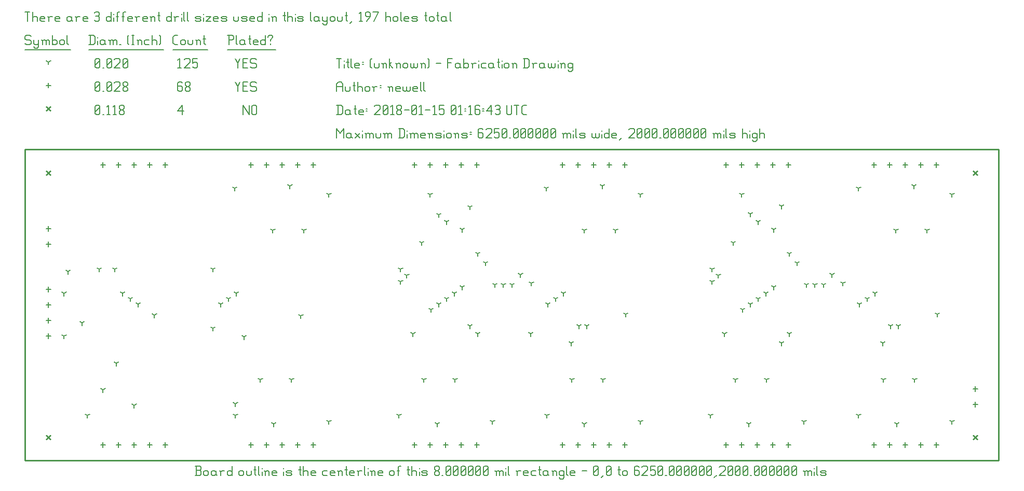
<source format=gbr>
G04 start of page 18 for group -1 layer_idx 16777221 *
G04 Title: (unknown), <virtual group> *
G04 Creator: pcb-rnd 1.2.7 *
G04 CreationDate: 2018-01-15 01:16:43 UTC *
G04 For: newell *
G04 Format: Gerber/RS-274X *
G04 PCB-Dimensions: 625000 200000 *
G04 PCB-Coordinate-Origin: lower left *
%MOIN*%
%FSLAX25Y25*%
%LNFAB*%
%ADD85C,0.0100*%
%ADD84C,0.0075*%
%ADD83C,0.0060*%
%ADD82C,0.0001*%
G54D82*G36*
X608800Y16766D02*X611766Y13800D01*
X611200Y13234D01*
X608234Y16200D01*
X608800Y16766D01*
G37*
G36*
X608234Y13800D02*X611200Y16766D01*
X611766Y16200D01*
X608800Y13234D01*
X608234Y13800D01*
G37*
G36*
X608800Y186766D02*X611766Y183800D01*
X611200Y183234D01*
X608234Y186200D01*
X608800Y186766D01*
G37*
G36*
X608234Y183800D02*X611200Y186766D01*
X611766Y186200D01*
X608800Y183234D01*
X608234Y183800D01*
G37*
G36*
X13800Y186766D02*X16766Y183800D01*
X16200Y183234D01*
X13234Y186200D01*
X13800Y186766D01*
G37*
G36*
X13234Y183800D02*X16200Y186766D01*
X16766Y186200D01*
X13800Y183234D01*
X13234Y183800D01*
G37*
G36*
X13800Y16766D02*X16766Y13800D01*
X16200Y13234D01*
X13234Y16200D01*
X13800Y16766D01*
G37*
G36*
X13234Y13800D02*X16200Y16766D01*
X16766Y16200D01*
X13800Y13234D01*
X13234Y13800D01*
G37*
G36*
X13800Y228016D02*X16766Y225050D01*
X16200Y224484D01*
X13234Y227450D01*
X13800Y228016D01*
G37*
G36*
X13234Y225050D02*X16200Y228016D01*
X16766Y227450D01*
X13800Y224484D01*
X13234Y225050D01*
G37*
G54D83*X140000Y228500D02*Y222500D01*
Y228500D02*X143750Y222500D01*
Y228500D02*Y222500D01*
X145550Y227750D02*Y223250D01*
Y227750D02*X146300Y228500D01*
X147800D01*
X148550Y227750D01*
Y223250D01*
X147800Y222500D02*X148550Y223250D01*
X146300Y222500D02*X147800D01*
X145550Y223250D02*X146300Y222500D01*
X98000Y224750D02*X101000Y228500D01*
X98000Y224750D02*X101750D01*
X101000Y228500D02*Y222500D01*
X45000Y223250D02*X45750Y222500D01*
X45000Y227750D02*Y223250D01*
Y227750D02*X45750Y228500D01*
X47250D01*
X48000Y227750D01*
Y223250D01*
X47250Y222500D02*X48000Y223250D01*
X45750Y222500D02*X47250D01*
X45000Y224000D02*X48000Y227000D01*
X49800Y222500D02*X50550D01*
X52350Y227300D02*X53550Y228500D01*
Y222500D01*
X52350D02*X54600D01*
X56400Y227300D02*X57600Y228500D01*
Y222500D01*
X56400D02*X58650D01*
X60450Y223250D02*X61200Y222500D01*
X60450Y224450D02*Y223250D01*
Y224450D02*X61500Y225500D01*
X62400D01*
X63450Y224450D01*
Y223250D01*
X62700Y222500D02*X63450Y223250D01*
X61200Y222500D02*X62700D01*
X60450Y226550D02*X61500Y225500D01*
X60450Y227750D02*Y226550D01*
Y227750D02*X61200Y228500D01*
X62700D01*
X63450Y227750D01*
Y226550D01*
X62400Y225500D02*X63450Y226550D01*
X385000Y11600D02*Y8400D01*
X383400Y10000D02*X386600D01*
X375000Y11600D02*Y8400D01*
X373400Y10000D02*X376600D01*
X365000Y11600D02*Y8400D01*
X363400Y10000D02*X366600D01*
X355000Y11600D02*Y8400D01*
X353400Y10000D02*X356600D01*
X345000Y11600D02*Y8400D01*
X343400Y10000D02*X346600D01*
X15000Y81600D02*Y78400D01*
X13400Y80000D02*X16600D01*
X15000Y91600D02*Y88400D01*
X13400Y90000D02*X16600D01*
X15000Y101600D02*Y98400D01*
X13400Y100000D02*X16600D01*
X15000Y111600D02*Y108400D01*
X13400Y110000D02*X16600D01*
X145000Y191600D02*Y188400D01*
X143400Y190000D02*X146600D01*
X155000Y191600D02*Y188400D01*
X153400Y190000D02*X156600D01*
X165000Y191600D02*Y188400D01*
X163400Y190000D02*X166600D01*
X175000Y191600D02*Y188400D01*
X173400Y190000D02*X176600D01*
X185000Y191600D02*Y188400D01*
X183400Y190000D02*X186600D01*
X290000Y11600D02*Y8400D01*
X288400Y10000D02*X291600D01*
X280000Y11600D02*Y8400D01*
X278400Y10000D02*X281600D01*
X270000Y11600D02*Y8400D01*
X268400Y10000D02*X271600D01*
X260000Y11600D02*Y8400D01*
X258400Y10000D02*X261600D01*
X250000Y11600D02*Y8400D01*
X248400Y10000D02*X251600D01*
X250000Y191600D02*Y188400D01*
X248400Y190000D02*X251600D01*
X260000Y191600D02*Y188400D01*
X258400Y190000D02*X261600D01*
X270000Y191600D02*Y188400D01*
X268400Y190000D02*X271600D01*
X280000Y191600D02*Y188400D01*
X278400Y190000D02*X281600D01*
X290000Y191600D02*Y188400D01*
X288400Y190000D02*X291600D01*
X490000Y11600D02*Y8400D01*
X488400Y10000D02*X491600D01*
X480000Y11600D02*Y8400D01*
X478400Y10000D02*X481600D01*
X470000Y11600D02*Y8400D01*
X468400Y10000D02*X471600D01*
X460000Y11600D02*Y8400D01*
X458400Y10000D02*X461600D01*
X450000Y11600D02*Y8400D01*
X448400Y10000D02*X451600D01*
X50000Y191600D02*Y188400D01*
X48400Y190000D02*X51600D01*
X60000Y191600D02*Y188400D01*
X58400Y190000D02*X61600D01*
X70000Y191600D02*Y188400D01*
X68400Y190000D02*X71600D01*
X80000Y191600D02*Y188400D01*
X78400Y190000D02*X81600D01*
X90000Y191600D02*Y188400D01*
X88400Y190000D02*X91600D01*
X610000Y47600D02*Y44400D01*
X608400Y46000D02*X611600D01*
X610000Y37600D02*Y34400D01*
X608400Y36000D02*X611600D01*
X15000Y150600D02*Y147400D01*
X13400Y149000D02*X16600D01*
X15000Y140600D02*Y137400D01*
X13400Y139000D02*X16600D01*
X345000Y191600D02*Y188400D01*
X343400Y190000D02*X346600D01*
X355000Y191600D02*Y188400D01*
X353400Y190000D02*X356600D01*
X365000Y191600D02*Y188400D01*
X363400Y190000D02*X366600D01*
X375000Y191600D02*Y188400D01*
X373400Y190000D02*X376600D01*
X385000Y191600D02*Y188400D01*
X383400Y190000D02*X386600D01*
X185000Y11600D02*Y8400D01*
X183400Y10000D02*X186600D01*
X175000Y11600D02*Y8400D01*
X173400Y10000D02*X176600D01*
X165000Y11600D02*Y8400D01*
X163400Y10000D02*X166600D01*
X155000Y11600D02*Y8400D01*
X153400Y10000D02*X156600D01*
X145000Y11600D02*Y8400D01*
X143400Y10000D02*X146600D01*
X90000Y11600D02*Y8400D01*
X88400Y10000D02*X91600D01*
X80000Y11600D02*Y8400D01*
X78400Y10000D02*X81600D01*
X70000Y11600D02*Y8400D01*
X68400Y10000D02*X71600D01*
X60000Y11600D02*Y8400D01*
X58400Y10000D02*X61600D01*
X50000Y11600D02*Y8400D01*
X48400Y10000D02*X51600D01*
X585000Y11600D02*Y8400D01*
X583400Y10000D02*X586600D01*
X575000Y11600D02*Y8400D01*
X573400Y10000D02*X576600D01*
X565000Y11600D02*Y8400D01*
X563400Y10000D02*X566600D01*
X555000Y11600D02*Y8400D01*
X553400Y10000D02*X556600D01*
X545000Y11600D02*Y8400D01*
X543400Y10000D02*X546600D01*
X545000Y191600D02*Y188400D01*
X543400Y190000D02*X546600D01*
X555000Y191600D02*Y188400D01*
X553400Y190000D02*X556600D01*
X565000Y191600D02*Y188400D01*
X563400Y190000D02*X566600D01*
X575000Y191600D02*Y188400D01*
X573400Y190000D02*X576600D01*
X585000Y191600D02*Y188400D01*
X583400Y190000D02*X586600D01*
X450000Y191600D02*Y188400D01*
X448400Y190000D02*X451600D01*
X460000Y191600D02*Y188400D01*
X458400Y190000D02*X461600D01*
X470000Y191600D02*Y188400D01*
X468400Y190000D02*X471600D01*
X480000Y191600D02*Y188400D01*
X478400Y190000D02*X481600D01*
X490000Y191600D02*Y188400D01*
X488400Y190000D02*X491600D01*
X15000Y242850D02*Y239650D01*
X13400Y241250D02*X16600D01*
X135000Y243500D02*X136500Y240500D01*
X138000Y243500D01*
X136500Y240500D02*Y237500D01*
X139800Y240800D02*X142050D01*
X139800Y237500D02*X142800D01*
X139800Y243500D02*Y237500D01*
Y243500D02*X142800D01*
X147600D02*X148350Y242750D01*
X145350Y243500D02*X147600D01*
X144600Y242750D02*X145350Y243500D01*
X144600Y242750D02*Y241250D01*
X145350Y240500D01*
X147600D01*
X148350Y239750D01*
Y238250D01*
X147600Y237500D02*X148350Y238250D01*
X145350Y237500D02*X147600D01*
X144600Y238250D02*X145350Y237500D01*
X100250Y243500D02*X101000Y242750D01*
X98750Y243500D02*X100250D01*
X98000Y242750D02*X98750Y243500D01*
X98000Y242750D02*Y238250D01*
X98750Y237500D01*
X100250Y240800D02*X101000Y240050D01*
X98000Y240800D02*X100250D01*
X98750Y237500D02*X100250D01*
X101000Y238250D01*
Y240050D02*Y238250D01*
X102800D02*X103550Y237500D01*
X102800Y239450D02*Y238250D01*
Y239450D02*X103850Y240500D01*
X104750D01*
X105800Y239450D01*
Y238250D01*
X105050Y237500D02*X105800Y238250D01*
X103550Y237500D02*X105050D01*
X102800Y241550D02*X103850Y240500D01*
X102800Y242750D02*Y241550D01*
Y242750D02*X103550Y243500D01*
X105050D01*
X105800Y242750D01*
Y241550D01*
X104750Y240500D02*X105800Y241550D01*
X45000Y238250D02*X45750Y237500D01*
X45000Y242750D02*Y238250D01*
Y242750D02*X45750Y243500D01*
X47250D01*
X48000Y242750D01*
Y238250D01*
X47250Y237500D02*X48000Y238250D01*
X45750Y237500D02*X47250D01*
X45000Y239000D02*X48000Y242000D01*
X49800Y237500D02*X50550D01*
X52350Y238250D02*X53100Y237500D01*
X52350Y242750D02*Y238250D01*
Y242750D02*X53100Y243500D01*
X54600D01*
X55350Y242750D01*
Y238250D01*
X54600Y237500D02*X55350Y238250D01*
X53100Y237500D02*X54600D01*
X52350Y239000D02*X55350Y242000D01*
X57150Y242750D02*X57900Y243500D01*
X60150D01*
X60900Y242750D01*
Y241250D01*
X57150Y237500D02*X60900Y241250D01*
X57150Y237500D02*X60900D01*
X62700Y238250D02*X63450Y237500D01*
X62700Y239450D02*Y238250D01*
Y239450D02*X63750Y240500D01*
X64650D01*
X65700Y239450D01*
Y238250D01*
X64950Y237500D02*X65700Y238250D01*
X63450Y237500D02*X64950D01*
X62700Y241550D02*X63750Y240500D01*
X62700Y242750D02*Y241550D01*
Y242750D02*X63450Y243500D01*
X64950D01*
X65700Y242750D01*
Y241550D01*
X64650Y240500D02*X65700Y241550D01*
X525000Y114000D02*Y112400D01*
Y114000D02*X526387Y114800D01*
X525000Y114000D02*X523613Y114800D01*
X585500Y94000D02*Y92400D01*
Y94000D02*X586887Y94800D01*
X585500Y94000D02*X584113Y94800D01*
X470500Y104000D02*Y102400D01*
Y104000D02*X471887Y104800D01*
X470500Y104000D02*X469113Y104800D01*
X465500Y100500D02*Y98900D01*
Y100500D02*X466887Y101300D01*
X465500Y100500D02*X464113Y101300D01*
X535500Y100500D02*Y98900D01*
Y100500D02*X536887Y101300D01*
X535500Y100500D02*X534113Y101300D01*
X540500Y104000D02*Y102400D01*
Y104000D02*X541887Y104800D01*
X540500Y104000D02*X539113Y104800D01*
X545500Y107500D02*Y105900D01*
Y107500D02*X546887Y108300D01*
X545500Y107500D02*X544113Y108300D01*
X475500Y107500D02*Y105900D01*
Y107500D02*X476887Y108300D01*
X475500Y107500D02*X474113Y108300D01*
X460500Y97000D02*Y95400D01*
Y97000D02*X461887Y97800D01*
X460500Y97000D02*X459113Y97800D01*
X70000Y35500D02*Y33900D01*
Y35500D02*X71387Y36300D01*
X70000Y35500D02*X68613Y36300D01*
X50000Y45500D02*Y43900D01*
Y45500D02*X51387Y46300D01*
X50000Y45500D02*X48613Y46300D01*
X551000Y52000D02*Y50400D01*
Y52000D02*X552387Y52800D01*
X551000Y52000D02*X549613Y52800D01*
X571000Y52000D02*Y50400D01*
Y52000D02*X572387Y52800D01*
X571000Y52000D02*X569613Y52800D01*
X595000Y171000D02*Y169400D01*
Y171000D02*X596387Y171800D01*
X595000Y171000D02*X593613Y171800D01*
X535000Y29000D02*Y27400D01*
Y29000D02*X536387Y29800D01*
X535000Y29000D02*X533613Y29800D01*
X559500Y23500D02*Y21900D01*
Y23500D02*X560887Y24300D01*
X559500Y23500D02*X558113Y24300D01*
X579000Y148000D02*Y146400D01*
Y148000D02*X580387Y148800D01*
X579000Y148000D02*X577613Y148800D01*
X559000Y148000D02*Y146400D01*
Y148000D02*X560387Y148800D01*
X559000Y148000D02*X557613Y148800D01*
X595000Y25000D02*Y23400D01*
Y25000D02*X596387Y25800D01*
X595000Y25000D02*X593613Y25800D01*
X535000Y175000D02*Y173400D01*
Y175000D02*X536387Y175800D01*
X535000Y175000D02*X533613Y175800D01*
X40000Y29000D02*Y27400D01*
Y29000D02*X41387Y29800D01*
X40000Y29000D02*X38613Y29800D01*
X570500Y176500D02*Y174900D01*
Y176500D02*X571887Y177300D01*
X570500Y176500D02*X569113Y177300D01*
X454500Y140000D02*Y138400D01*
Y140000D02*X455887Y140800D01*
X454500Y140000D02*X453113Y140800D01*
X456000Y52000D02*Y50400D01*
Y52000D02*X457387Y52800D01*
X456000Y52000D02*X454613Y52800D01*
X476000Y52000D02*Y50400D01*
Y52000D02*X477387Y52800D01*
X476000Y52000D02*X474613Y52800D01*
X500000Y25000D02*Y23400D01*
Y25000D02*X501387Y25800D01*
X500000Y25000D02*X498613Y25800D01*
X464500Y23500D02*Y21900D01*
Y23500D02*X465887Y24300D01*
X464500Y23500D02*X463113Y24300D01*
X440000Y29000D02*Y27400D01*
Y29000D02*X441387Y29800D01*
X440000Y29000D02*X438613Y29800D01*
X470500Y153500D02*Y151900D01*
Y153500D02*X471887Y154300D01*
X470500Y153500D02*X469113Y154300D01*
X490500Y133000D02*Y131400D01*
Y133000D02*X491887Y133800D01*
X490500Y133000D02*X489113Y133800D01*
X495500Y127000D02*Y125400D01*
Y127000D02*X496887Y127800D01*
X495500Y127000D02*X494113Y127800D01*
X480500Y111500D02*Y109900D01*
Y111500D02*X481887Y112300D01*
X480500Y111500D02*X479113Y112300D01*
X449000Y81500D02*Y79900D01*
Y81500D02*X450387Y82300D01*
X449000Y81500D02*X447613Y82300D01*
X490500Y81500D02*Y79900D01*
Y81500D02*X491887Y82300D01*
X490500Y81500D02*X489113Y82300D01*
X480500Y148500D02*Y146900D01*
Y148500D02*X481887Y149300D01*
X480500Y148500D02*X479113Y149300D01*
X485500Y163500D02*Y161900D01*
Y163500D02*X486887Y164300D01*
X485500Y163500D02*X484113Y164300D01*
X465500Y158500D02*Y156900D01*
Y158500D02*X466887Y159300D01*
X465500Y158500D02*X464113Y159300D01*
X501500Y113000D02*Y111400D01*
Y113000D02*X502887Y113800D01*
X501500Y113000D02*X500113Y113800D01*
X507000Y113000D02*Y111400D01*
Y113000D02*X508387Y113800D01*
X507000Y113000D02*X505613Y113800D01*
X512500Y113000D02*Y111400D01*
Y113000D02*X513887Y113800D01*
X512500Y113000D02*X511113Y113800D01*
X460000Y171000D02*Y169400D01*
Y171000D02*X461387Y171800D01*
X460000Y171000D02*X458613Y171800D01*
X371000Y52000D02*Y50400D01*
Y52000D02*X372387Y52800D01*
X371000Y52000D02*X369613Y52800D01*
X351000Y52000D02*Y50400D01*
Y52000D02*X352387Y52800D01*
X351000Y52000D02*X349613Y52800D01*
X335000Y29000D02*Y27400D01*
Y29000D02*X336387Y29800D01*
X335000Y29000D02*X333613Y29800D01*
X359000Y23500D02*Y21900D01*
Y23500D02*X360387Y24300D01*
X359000Y23500D02*X357613Y24300D01*
X395000Y25000D02*Y23400D01*
Y25000D02*X396387Y25800D01*
X395000Y25000D02*X393613Y25800D01*
X334500Y175000D02*Y173400D01*
Y175000D02*X335887Y175800D01*
X334500Y175000D02*X333113Y175800D01*
X370500Y176500D02*Y174900D01*
Y176500D02*X371887Y177300D01*
X370500Y176500D02*X369113Y177300D01*
X395000Y171000D02*Y169400D01*
Y171000D02*X396387Y171800D01*
X395000Y171000D02*X393613Y171800D01*
X379000Y148000D02*Y146400D01*
Y148000D02*X380387Y148800D01*
X379000Y148000D02*X377613Y148800D01*
X359000Y148000D02*Y146400D01*
Y148000D02*X360387Y148800D01*
X359000Y148000D02*X357613Y148800D01*
X345500Y107500D02*Y105900D01*
Y107500D02*X346887Y108300D01*
X345500Y107500D02*X344113Y108300D01*
X335500Y100500D02*Y98900D01*
Y100500D02*X336887Y101300D01*
X335500Y100500D02*X334113Y101300D01*
X340500Y104000D02*Y102400D01*
Y104000D02*X341887Y104800D01*
X340500Y104000D02*X339113Y104800D01*
X325000Y114000D02*Y112400D01*
Y114000D02*X326387Y114800D01*
X325000Y114000D02*X323613Y114800D01*
X441000Y123000D02*Y121400D01*
Y123000D02*X442387Y123800D01*
X441000Y123000D02*X439613Y123800D01*
X445000Y119000D02*Y117400D01*
Y119000D02*X446387Y119800D01*
X445000Y119000D02*X443613Y119800D01*
X441000Y115000D02*Y113400D01*
Y115000D02*X442387Y115800D01*
X441000Y115000D02*X439613Y115800D01*
X324500Y81500D02*Y79900D01*
Y81500D02*X325887Y82300D01*
X324500Y81500D02*X323113Y82300D01*
X485500Y75500D02*Y73900D01*
Y75500D02*X486887Y76300D01*
X485500Y75500D02*X484113Y76300D01*
X385500Y94000D02*Y92400D01*
Y94000D02*X386887Y94800D01*
X385500Y94000D02*X384113Y94800D01*
X555500Y86500D02*Y84900D01*
Y86500D02*X556887Y87300D01*
X555500Y86500D02*X554113Y87300D01*
X550500Y75500D02*Y73900D01*
Y75500D02*X551887Y76300D01*
X550500Y75500D02*X549113Y76300D01*
X560500Y86500D02*Y84900D01*
Y86500D02*X561887Y87300D01*
X560500Y86500D02*X559113Y87300D01*
X350500Y75500D02*Y73900D01*
Y75500D02*X351887Y76300D01*
X350500Y75500D02*X349113Y76300D01*
X360500Y86500D02*Y84900D01*
Y86500D02*X361887Y87300D01*
X360500Y86500D02*X359113Y87300D01*
X355500Y86500D02*Y84900D01*
Y86500D02*X356887Y87300D01*
X355500Y86500D02*X354113Y87300D01*
X240000Y29000D02*Y27400D01*
Y29000D02*X241387Y29800D01*
X240000Y29000D02*X238613Y29800D01*
X256000Y52000D02*Y50400D01*
Y52000D02*X257387Y52800D01*
X256000Y52000D02*X254613Y52800D01*
X276000Y52000D02*Y50400D01*
Y52000D02*X277387Y52800D01*
X276000Y52000D02*X274613Y52800D01*
X264500Y23500D02*Y21900D01*
Y23500D02*X265887Y24300D01*
X264500Y23500D02*X263113Y24300D01*
X300000Y25000D02*Y23400D01*
Y25000D02*X301387Y25800D01*
X300000Y25000D02*X298613Y25800D01*
X260000Y171000D02*Y169400D01*
Y171000D02*X261387Y171800D01*
X260000Y171000D02*X258613Y171800D01*
X254500Y140000D02*Y138400D01*
Y140000D02*X255887Y140800D01*
X254500Y140000D02*X253113Y140800D01*
X151000Y52000D02*Y50400D01*
Y52000D02*X152387Y52800D01*
X151000Y52000D02*X149613Y52800D01*
X171000Y52000D02*Y50400D01*
Y52000D02*X172387Y52800D01*
X171000Y52000D02*X169613Y52800D01*
X195000Y25000D02*Y23400D01*
Y25000D02*X196387Y25800D01*
X195000Y25000D02*X193613Y25800D01*
X159500Y23500D02*Y21900D01*
Y23500D02*X160887Y24300D01*
X159500Y23500D02*X158113Y24300D01*
X135000Y29000D02*Y27400D01*
Y29000D02*X136387Y29800D01*
X135000Y29000D02*X133613Y29800D01*
X134500Y175000D02*Y173400D01*
Y175000D02*X135887Y175800D01*
X134500Y175000D02*X133113Y175800D01*
X195000Y171000D02*Y169400D01*
Y171000D02*X196387Y171800D01*
X195000Y171000D02*X193613Y171800D01*
X179000Y148000D02*Y146400D01*
Y148000D02*X180387Y148800D01*
X179000Y148000D02*X177613Y148800D01*
X159000Y148000D02*Y146400D01*
Y148000D02*X160387Y148800D01*
X159000Y148000D02*X157613Y148800D01*
X170000Y176500D02*Y174900D01*
Y176500D02*X171387Y177300D01*
X170000Y176500D02*X168613Y177300D01*
X260500Y97000D02*Y95400D01*
Y97000D02*X261887Y97800D01*
X260500Y97000D02*X259113Y97800D01*
X265500Y100500D02*Y98900D01*
Y100500D02*X266887Y101300D01*
X265500Y100500D02*X264113Y101300D01*
X270500Y104000D02*Y102400D01*
Y104000D02*X271887Y104800D01*
X270500Y104000D02*X269113Y104800D01*
X275500Y107500D02*Y105900D01*
Y107500D02*X276887Y108300D01*
X275500Y107500D02*X274113Y108300D01*
X280500Y111500D02*Y109900D01*
Y111500D02*X281887Y112300D01*
X280500Y111500D02*X279113Y112300D01*
X301500Y113000D02*Y111400D01*
Y113000D02*X302887Y113800D01*
X301500Y113000D02*X300113Y113800D01*
X307000Y113000D02*Y111400D01*
Y113000D02*X308387Y113800D01*
X307000Y113000D02*X305613Y113800D01*
X312500Y113000D02*Y111400D01*
Y113000D02*X313887Y113800D01*
X312500Y113000D02*X311113Y113800D01*
X285500Y163000D02*Y161400D01*
Y163000D02*X286887Y163800D01*
X285500Y163000D02*X284113Y163800D01*
X265500Y158000D02*Y156400D01*
Y158000D02*X266887Y158800D01*
X265500Y158000D02*X264113Y158800D01*
X270500Y153500D02*Y151900D01*
Y153500D02*X271887Y154300D01*
X270500Y153500D02*X269113Y154300D01*
X280500Y148500D02*Y146900D01*
Y148500D02*X281887Y149300D01*
X280500Y148500D02*X279113Y149300D01*
X241000Y123000D02*Y121400D01*
Y123000D02*X242387Y123800D01*
X241000Y123000D02*X239613Y123800D01*
X245000Y119000D02*Y117400D01*
Y119000D02*X246387Y119800D01*
X245000Y119000D02*X243613Y119800D01*
X241000Y115000D02*Y113400D01*
Y115000D02*X242387Y115800D01*
X241000Y115000D02*X239613Y115800D01*
X295500Y127000D02*Y125400D01*
Y127000D02*X296887Y127800D01*
X295500Y127000D02*X294113Y127800D01*
X290500Y133000D02*Y131400D01*
Y133000D02*X291887Y133800D01*
X290500Y133000D02*X289113Y133800D01*
X249000Y81500D02*Y79900D01*
Y81500D02*X250387Y82300D01*
X249000Y81500D02*X247613Y82300D01*
X290500Y81500D02*Y79900D01*
Y81500D02*X291887Y82300D01*
X290500Y81500D02*X289113Y82300D01*
X135500Y107500D02*Y105900D01*
Y107500D02*X136887Y108300D01*
X135500Y107500D02*X134113Y108300D01*
X125500Y100500D02*Y98900D01*
Y100500D02*X126887Y101300D01*
X125500Y100500D02*X124113Y101300D01*
X130500Y104000D02*Y102400D01*
Y104000D02*X131887Y104800D01*
X130500Y104000D02*X129113Y104800D01*
X62500Y107500D02*Y105900D01*
Y107500D02*X63887Y108300D01*
X62500Y107500D02*X61113Y108300D01*
X72500Y100500D02*Y98900D01*
Y100500D02*X73887Y101300D01*
X72500Y100500D02*X71113Y101300D01*
X25000Y107500D02*Y105900D01*
Y107500D02*X26387Y108300D01*
X25000Y107500D02*X23613Y108300D01*
X25000Y80000D02*Y78400D01*
Y80000D02*X26387Y80800D01*
X25000Y80000D02*X23613Y80800D01*
X57500Y123000D02*Y121400D01*
Y123000D02*X58887Y123800D01*
X57500Y123000D02*X56113Y123800D01*
X83000Y93500D02*Y91900D01*
Y93500D02*X84387Y94300D01*
X83000Y93500D02*X81613Y94300D01*
X58500Y62500D02*Y60900D01*
Y62500D02*X59887Y63300D01*
X58500Y62500D02*X57113Y63300D01*
X135000Y36500D02*Y34900D01*
Y36500D02*X136387Y37300D01*
X135000Y36500D02*X133613Y37300D01*
X36500Y88500D02*Y86900D01*
Y88500D02*X37887Y89300D01*
X36500Y88500D02*X35113Y89300D01*
X47500Y123000D02*Y121400D01*
Y123000D02*X48887Y123800D01*
X47500Y123000D02*X46113Y123800D01*
X27500Y121500D02*Y119900D01*
Y121500D02*X28887Y122300D01*
X27500Y121500D02*X26113Y122300D01*
X120500Y123000D02*Y121400D01*
Y123000D02*X121887Y123800D01*
X120500Y123000D02*X119113Y123800D01*
X177000Y93000D02*Y91400D01*
Y93000D02*X178387Y93800D01*
X177000Y93000D02*X175613Y93800D01*
X140500Y79500D02*Y77900D01*
Y79500D02*X141887Y80300D01*
X140500Y79500D02*X139113Y80300D01*
X120500Y85000D02*Y83400D01*
Y85000D02*X121887Y85800D01*
X120500Y85000D02*X119113Y85800D01*
X285500Y86500D02*Y84900D01*
Y86500D02*X286887Y87300D01*
X285500Y86500D02*X284113Y87300D01*
X318000Y119500D02*Y117900D01*
Y119500D02*X319387Y120300D01*
X318000Y119500D02*X316613Y120300D01*
X67500Y104000D02*Y102400D01*
Y104000D02*X68887Y104800D01*
X67500Y104000D02*X66113Y104800D01*
X518000Y119500D02*Y117900D01*
Y119500D02*X519387Y120300D01*
X518000Y119500D02*X516613Y120300D01*
X15000Y256250D02*Y254650D01*
Y256250D02*X16387Y257050D01*
X15000Y256250D02*X13613Y257050D01*
X135000Y258500D02*X136500Y255500D01*
X138000Y258500D01*
X136500Y255500D02*Y252500D01*
X139800Y255800D02*X142050D01*
X139800Y252500D02*X142800D01*
X139800Y258500D02*Y252500D01*
Y258500D02*X142800D01*
X147600D02*X148350Y257750D01*
X145350Y258500D02*X147600D01*
X144600Y257750D02*X145350Y258500D01*
X144600Y257750D02*Y256250D01*
X145350Y255500D01*
X147600D01*
X148350Y254750D01*
Y253250D01*
X147600Y252500D02*X148350Y253250D01*
X145350Y252500D02*X147600D01*
X144600Y253250D02*X145350Y252500D01*
X98000Y257300D02*X99200Y258500D01*
Y252500D01*
X98000D02*X100250D01*
X102050Y257750D02*X102800Y258500D01*
X105050D01*
X105800Y257750D01*
Y256250D01*
X102050Y252500D02*X105800Y256250D01*
X102050Y252500D02*X105800D01*
X107600Y258500D02*X110600D01*
X107600D02*Y255500D01*
X108350Y256250D01*
X109850D01*
X110600Y255500D01*
Y253250D01*
X109850Y252500D02*X110600Y253250D01*
X108350Y252500D02*X109850D01*
X107600Y253250D02*X108350Y252500D01*
X45000Y253250D02*X45750Y252500D01*
X45000Y257750D02*Y253250D01*
Y257750D02*X45750Y258500D01*
X47250D01*
X48000Y257750D01*
Y253250D01*
X47250Y252500D02*X48000Y253250D01*
X45750Y252500D02*X47250D01*
X45000Y254000D02*X48000Y257000D01*
X49800Y252500D02*X50550D01*
X52350Y253250D02*X53100Y252500D01*
X52350Y257750D02*Y253250D01*
Y257750D02*X53100Y258500D01*
X54600D01*
X55350Y257750D01*
Y253250D01*
X54600Y252500D02*X55350Y253250D01*
X53100Y252500D02*X54600D01*
X52350Y254000D02*X55350Y257000D01*
X57150Y257750D02*X57900Y258500D01*
X60150D01*
X60900Y257750D01*
Y256250D01*
X57150Y252500D02*X60900Y256250D01*
X57150Y252500D02*X60900D01*
X62700Y253250D02*X63450Y252500D01*
X62700Y257750D02*Y253250D01*
Y257750D02*X63450Y258500D01*
X64950D01*
X65700Y257750D01*
Y253250D01*
X64950Y252500D02*X65700Y253250D01*
X63450Y252500D02*X64950D01*
X62700Y254000D02*X65700Y257000D01*
X3000Y273500D02*X3750Y272750D01*
X750Y273500D02*X3000D01*
X0Y272750D02*X750Y273500D01*
X0Y272750D02*Y271250D01*
X750Y270500D01*
X3000D01*
X3750Y269750D01*
Y268250D01*
X3000Y267500D02*X3750Y268250D01*
X750Y267500D02*X3000D01*
X0Y268250D02*X750Y267500D01*
X5550Y270500D02*Y268250D01*
X6300Y267500D01*
X8550Y270500D02*Y266000D01*
X7800Y265250D02*X8550Y266000D01*
X6300Y265250D02*X7800D01*
X5550Y266000D02*X6300Y265250D01*
Y267500D02*X7800D01*
X8550Y268250D01*
X11100Y269750D02*Y267500D01*
Y269750D02*X11850Y270500D01*
X12600D01*
X13350Y269750D01*
Y267500D01*
Y269750D02*X14100Y270500D01*
X14850D01*
X15600Y269750D01*
Y267500D01*
X10350Y270500D02*X11100Y269750D01*
X17400Y273500D02*Y267500D01*
Y268250D02*X18150Y267500D01*
X19650D01*
X20400Y268250D01*
Y269750D02*Y268250D01*
X19650Y270500D02*X20400Y269750D01*
X18150Y270500D02*X19650D01*
X17400Y269750D02*X18150Y270500D01*
X22200Y269750D02*Y268250D01*
Y269750D02*X22950Y270500D01*
X24450D01*
X25200Y269750D01*
Y268250D01*
X24450Y267500D02*X25200Y268250D01*
X22950Y267500D02*X24450D01*
X22200Y268250D02*X22950Y267500D01*
X27000Y273500D02*Y268250D01*
X27750Y267500D01*
X0Y264250D02*X29250D01*
X41750Y273500D02*Y267500D01*
X43700Y273500D02*X44750Y272450D01*
Y268550D01*
X43700Y267500D02*X44750Y268550D01*
X41000Y267500D02*X43700D01*
X41000Y273500D02*X43700D01*
G54D84*X46550Y272000D02*Y271850D01*
G54D83*Y269750D02*Y267500D01*
X50300Y270500D02*X51050Y269750D01*
X48800Y270500D02*X50300D01*
X48050Y269750D02*X48800Y270500D01*
X48050Y269750D02*Y268250D01*
X48800Y267500D01*
X51050Y270500D02*Y268250D01*
X51800Y267500D01*
X48800D02*X50300D01*
X51050Y268250D01*
X54350Y269750D02*Y267500D01*
Y269750D02*X55100Y270500D01*
X55850D01*
X56600Y269750D01*
Y267500D01*
Y269750D02*X57350Y270500D01*
X58100D01*
X58850Y269750D01*
Y267500D01*
X53600Y270500D02*X54350Y269750D01*
X60650Y267500D02*X61400D01*
X65900Y268250D02*X66650Y267500D01*
X65900Y272750D02*X66650Y273500D01*
X65900Y272750D02*Y268250D01*
X68450Y273500D02*X69950D01*
X69200D02*Y267500D01*
X68450D02*X69950D01*
X72500Y269750D02*Y267500D01*
Y269750D02*X73250Y270500D01*
X74000D01*
X74750Y269750D01*
Y267500D01*
X71750Y270500D02*X72500Y269750D01*
X77300Y270500D02*X79550D01*
X76550Y269750D02*X77300Y270500D01*
X76550Y269750D02*Y268250D01*
X77300Y267500D01*
X79550D01*
X81350Y273500D02*Y267500D01*
Y269750D02*X82100Y270500D01*
X83600D01*
X84350Y269750D01*
Y267500D01*
X86150Y273500D02*X86900Y272750D01*
Y268250D01*
X86150Y267500D02*X86900Y268250D01*
X41000Y264250D02*X88700D01*
X96050Y267500D02*X98000D01*
X95000Y268550D02*X96050Y267500D01*
X95000Y272450D02*Y268550D01*
Y272450D02*X96050Y273500D01*
X98000D01*
X99800Y269750D02*Y268250D01*
Y269750D02*X100550Y270500D01*
X102050D01*
X102800Y269750D01*
Y268250D01*
X102050Y267500D02*X102800Y268250D01*
X100550Y267500D02*X102050D01*
X99800Y268250D02*X100550Y267500D01*
X104600Y270500D02*Y268250D01*
X105350Y267500D01*
X106850D01*
X107600Y268250D01*
Y270500D02*Y268250D01*
X110150Y269750D02*Y267500D01*
Y269750D02*X110900Y270500D01*
X111650D01*
X112400Y269750D01*
Y267500D01*
X109400Y270500D02*X110150Y269750D01*
X114950Y273500D02*Y268250D01*
X115700Y267500D01*
X114200Y271250D02*X115700D01*
X95000Y264250D02*X117200D01*
X130750Y273500D02*Y267500D01*
X130000Y273500D02*X133000D01*
X133750Y272750D01*
Y271250D01*
X133000Y270500D02*X133750Y271250D01*
X130750Y270500D02*X133000D01*
X135550Y273500D02*Y268250D01*
X136300Y267500D01*
X140050Y270500D02*X140800Y269750D01*
X138550Y270500D02*X140050D01*
X137800Y269750D02*X138550Y270500D01*
X137800Y269750D02*Y268250D01*
X138550Y267500D01*
X140800Y270500D02*Y268250D01*
X141550Y267500D01*
X138550D02*X140050D01*
X140800Y268250D01*
X144100Y273500D02*Y268250D01*
X144850Y267500D01*
X143350Y271250D02*X144850D01*
X147100Y267500D02*X149350D01*
X146350Y268250D02*X147100Y267500D01*
X146350Y269750D02*Y268250D01*
Y269750D02*X147100Y270500D01*
X148600D01*
X149350Y269750D01*
X146350Y269000D02*X149350D01*
Y269750D02*Y269000D01*
X154150Y273500D02*Y267500D01*
X153400D02*X154150Y268250D01*
X151900Y267500D02*X153400D01*
X151150Y268250D02*X151900Y267500D01*
X151150Y269750D02*Y268250D01*
Y269750D02*X151900Y270500D01*
X153400D01*
X154150Y269750D01*
X157450Y270500D02*Y269750D01*
Y268250D02*Y267500D01*
X155950Y272750D02*Y272000D01*
Y272750D02*X156700Y273500D01*
X158200D01*
X158950Y272750D01*
Y272000D01*
X157450Y270500D02*X158950Y272000D01*
X130000Y264250D02*X160750D01*
X0Y288500D02*X3000D01*
X1500D02*Y282500D01*
X4800Y288500D02*Y282500D01*
Y284750D02*X5550Y285500D01*
X7050D01*
X7800Y284750D01*
Y282500D01*
X10350D02*X12600D01*
X9600Y283250D02*X10350Y282500D01*
X9600Y284750D02*Y283250D01*
Y284750D02*X10350Y285500D01*
X11850D01*
X12600Y284750D01*
X9600Y284000D02*X12600D01*
Y284750D02*Y284000D01*
X15150Y284750D02*Y282500D01*
Y284750D02*X15900Y285500D01*
X17400D01*
X14400D02*X15150Y284750D01*
X19950Y282500D02*X22200D01*
X19200Y283250D02*X19950Y282500D01*
X19200Y284750D02*Y283250D01*
Y284750D02*X19950Y285500D01*
X21450D01*
X22200Y284750D01*
X19200Y284000D02*X22200D01*
Y284750D02*Y284000D01*
X28950Y285500D02*X29700Y284750D01*
X27450Y285500D02*X28950D01*
X26700Y284750D02*X27450Y285500D01*
X26700Y284750D02*Y283250D01*
X27450Y282500D01*
X29700Y285500D02*Y283250D01*
X30450Y282500D01*
X27450D02*X28950D01*
X29700Y283250D01*
X33000Y284750D02*Y282500D01*
Y284750D02*X33750Y285500D01*
X35250D01*
X32250D02*X33000Y284750D01*
X37800Y282500D02*X40050D01*
X37050Y283250D02*X37800Y282500D01*
X37050Y284750D02*Y283250D01*
Y284750D02*X37800Y285500D01*
X39300D01*
X40050Y284750D01*
X37050Y284000D02*X40050D01*
Y284750D02*Y284000D01*
X44550Y287750D02*X45300Y288500D01*
X46800D01*
X47550Y287750D01*
X46800Y282500D02*X47550Y283250D01*
X45300Y282500D02*X46800D01*
X44550Y283250D02*X45300Y282500D01*
Y285800D02*X46800D01*
X47550Y287750D02*Y286550D01*
Y285050D02*Y283250D01*
Y285050D02*X46800Y285800D01*
X47550Y286550D02*X46800Y285800D01*
X55050Y288500D02*Y282500D01*
X54300D02*X55050Y283250D01*
X52800Y282500D02*X54300D01*
X52050Y283250D02*X52800Y282500D01*
X52050Y284750D02*Y283250D01*
Y284750D02*X52800Y285500D01*
X54300D01*
X55050Y284750D01*
G54D84*X56850Y287000D02*Y286850D01*
G54D83*Y284750D02*Y282500D01*
X59100Y287750D02*Y282500D01*
Y287750D02*X59850Y288500D01*
X60600D01*
X58350Y285500D02*X59850D01*
X62850Y287750D02*Y282500D01*
Y287750D02*X63600Y288500D01*
X64350D01*
X62100Y285500D02*X63600D01*
X66600Y282500D02*X68850D01*
X65850Y283250D02*X66600Y282500D01*
X65850Y284750D02*Y283250D01*
Y284750D02*X66600Y285500D01*
X68100D01*
X68850Y284750D01*
X65850Y284000D02*X68850D01*
Y284750D02*Y284000D01*
X71400Y284750D02*Y282500D01*
Y284750D02*X72150Y285500D01*
X73650D01*
X70650D02*X71400Y284750D01*
X76200Y282500D02*X78450D01*
X75450Y283250D02*X76200Y282500D01*
X75450Y284750D02*Y283250D01*
Y284750D02*X76200Y285500D01*
X77700D01*
X78450Y284750D01*
X75450Y284000D02*X78450D01*
Y284750D02*Y284000D01*
X81000Y284750D02*Y282500D01*
Y284750D02*X81750Y285500D01*
X82500D01*
X83250Y284750D01*
Y282500D01*
X80250Y285500D02*X81000Y284750D01*
X85800Y288500D02*Y283250D01*
X86550Y282500D01*
X85050Y286250D02*X86550D01*
X93750Y288500D02*Y282500D01*
X93000D02*X93750Y283250D01*
X91500Y282500D02*X93000D01*
X90750Y283250D02*X91500Y282500D01*
X90750Y284750D02*Y283250D01*
Y284750D02*X91500Y285500D01*
X93000D01*
X93750Y284750D01*
X96300D02*Y282500D01*
Y284750D02*X97050Y285500D01*
X98550D01*
X95550D02*X96300Y284750D01*
G54D84*X100350Y287000D02*Y286850D01*
G54D83*Y284750D02*Y282500D01*
X101850Y288500D02*Y283250D01*
X102600Y282500D01*
X104100Y288500D02*Y283250D01*
X104850Y282500D01*
X109800D02*X112050D01*
X112800Y283250D01*
X112050Y284000D02*X112800Y283250D01*
X109800Y284000D02*X112050D01*
X109050Y284750D02*X109800Y284000D01*
X109050Y284750D02*X109800Y285500D01*
X112050D01*
X112800Y284750D01*
X109050Y283250D02*X109800Y282500D01*
G54D84*X114600Y287000D02*Y286850D01*
G54D83*Y284750D02*Y282500D01*
X116100Y285500D02*X119100D01*
X116100Y282500D02*X119100Y285500D01*
X116100Y282500D02*X119100D01*
X121650D02*X123900D01*
X120900Y283250D02*X121650Y282500D01*
X120900Y284750D02*Y283250D01*
Y284750D02*X121650Y285500D01*
X123150D01*
X123900Y284750D01*
X120900Y284000D02*X123900D01*
Y284750D02*Y284000D01*
X126450Y282500D02*X128700D01*
X129450Y283250D01*
X128700Y284000D02*X129450Y283250D01*
X126450Y284000D02*X128700D01*
X125700Y284750D02*X126450Y284000D01*
X125700Y284750D02*X126450Y285500D01*
X128700D01*
X129450Y284750D01*
X125700Y283250D02*X126450Y282500D01*
X133950Y285500D02*Y283250D01*
X134700Y282500D01*
X136200D01*
X136950Y283250D01*
Y285500D02*Y283250D01*
X139500Y282500D02*X141750D01*
X142500Y283250D01*
X141750Y284000D02*X142500Y283250D01*
X139500Y284000D02*X141750D01*
X138750Y284750D02*X139500Y284000D01*
X138750Y284750D02*X139500Y285500D01*
X141750D01*
X142500Y284750D01*
X138750Y283250D02*X139500Y282500D01*
X145050D02*X147300D01*
X144300Y283250D02*X145050Y282500D01*
X144300Y284750D02*Y283250D01*
Y284750D02*X145050Y285500D01*
X146550D01*
X147300Y284750D01*
X144300Y284000D02*X147300D01*
Y284750D02*Y284000D01*
X152100Y288500D02*Y282500D01*
X151350D02*X152100Y283250D01*
X149850Y282500D02*X151350D01*
X149100Y283250D02*X149850Y282500D01*
X149100Y284750D02*Y283250D01*
Y284750D02*X149850Y285500D01*
X151350D01*
X152100Y284750D01*
G54D84*X156600Y287000D02*Y286850D01*
G54D83*Y284750D02*Y282500D01*
X158850Y284750D02*Y282500D01*
Y284750D02*X159600Y285500D01*
X160350D01*
X161100Y284750D01*
Y282500D01*
X158100Y285500D02*X158850Y284750D01*
X166350Y288500D02*Y283250D01*
X167100Y282500D01*
X165600Y286250D02*X167100D01*
X168600Y288500D02*Y282500D01*
Y284750D02*X169350Y285500D01*
X170850D01*
X171600Y284750D01*
Y282500D01*
G54D84*X173400Y287000D02*Y286850D01*
G54D83*Y284750D02*Y282500D01*
X175650D02*X177900D01*
X178650Y283250D01*
X177900Y284000D02*X178650Y283250D01*
X175650Y284000D02*X177900D01*
X174900Y284750D02*X175650Y284000D01*
X174900Y284750D02*X175650Y285500D01*
X177900D01*
X178650Y284750D01*
X174900Y283250D02*X175650Y282500D01*
X183150Y288500D02*Y283250D01*
X183900Y282500D01*
X187650Y285500D02*X188400Y284750D01*
X186150Y285500D02*X187650D01*
X185400Y284750D02*X186150Y285500D01*
X185400Y284750D02*Y283250D01*
X186150Y282500D01*
X188400Y285500D02*Y283250D01*
X189150Y282500D01*
X186150D02*X187650D01*
X188400Y283250D01*
X190950Y285500D02*Y283250D01*
X191700Y282500D01*
X193950Y285500D02*Y281000D01*
X193200Y280250D02*X193950Y281000D01*
X191700Y280250D02*X193200D01*
X190950Y281000D02*X191700Y280250D01*
Y282500D02*X193200D01*
X193950Y283250D01*
X195750Y284750D02*Y283250D01*
Y284750D02*X196500Y285500D01*
X198000D01*
X198750Y284750D01*
Y283250D01*
X198000Y282500D02*X198750Y283250D01*
X196500Y282500D02*X198000D01*
X195750Y283250D02*X196500Y282500D01*
X200550Y285500D02*Y283250D01*
X201300Y282500D01*
X202800D01*
X203550Y283250D01*
Y285500D02*Y283250D01*
X206100Y288500D02*Y283250D01*
X206850Y282500D01*
X205350Y286250D02*X206850D01*
X208350Y281000D02*X209850Y282500D01*
X214350Y287300D02*X215550Y288500D01*
Y282500D01*
X214350D02*X216600D01*
X219150D02*X221400Y285500D01*
Y287750D02*Y285500D01*
X220650Y288500D02*X221400Y287750D01*
X219150Y288500D02*X220650D01*
X218400Y287750D02*X219150Y288500D01*
X218400Y287750D02*Y286250D01*
X219150Y285500D01*
X221400D01*
X223950Y282500D02*X226950Y288500D01*
X223200D02*X226950D01*
X231450D02*Y282500D01*
Y284750D02*X232200Y285500D01*
X233700D01*
X234450Y284750D01*
Y282500D01*
X236250Y284750D02*Y283250D01*
Y284750D02*X237000Y285500D01*
X238500D01*
X239250Y284750D01*
Y283250D01*
X238500Y282500D02*X239250Y283250D01*
X237000Y282500D02*X238500D01*
X236250Y283250D02*X237000Y282500D01*
X241050Y288500D02*Y283250D01*
X241800Y282500D01*
X244050D02*X246300D01*
X243300Y283250D02*X244050Y282500D01*
X243300Y284750D02*Y283250D01*
Y284750D02*X244050Y285500D01*
X245550D01*
X246300Y284750D01*
X243300Y284000D02*X246300D01*
Y284750D02*Y284000D01*
X248850Y282500D02*X251100D01*
X251850Y283250D01*
X251100Y284000D02*X251850Y283250D01*
X248850Y284000D02*X251100D01*
X248100Y284750D02*X248850Y284000D01*
X248100Y284750D02*X248850Y285500D01*
X251100D01*
X251850Y284750D01*
X248100Y283250D02*X248850Y282500D01*
X257100Y288500D02*Y283250D01*
X257850Y282500D01*
X256350Y286250D02*X257850D01*
X259350Y284750D02*Y283250D01*
Y284750D02*X260100Y285500D01*
X261600D01*
X262350Y284750D01*
Y283250D01*
X261600Y282500D02*X262350Y283250D01*
X260100Y282500D02*X261600D01*
X259350Y283250D02*X260100Y282500D01*
X264900Y288500D02*Y283250D01*
X265650Y282500D01*
X264150Y286250D02*X265650D01*
X269400Y285500D02*X270150Y284750D01*
X267900Y285500D02*X269400D01*
X267150Y284750D02*X267900Y285500D01*
X267150Y284750D02*Y283250D01*
X267900Y282500D01*
X270150Y285500D02*Y283250D01*
X270900Y282500D01*
X267900D02*X269400D01*
X270150Y283250D01*
X272700Y288500D02*Y283250D01*
X273450Y282500D01*
G54D85*X0Y200000D02*X625000D01*
X0D02*Y0D01*
X625000Y200000D02*Y0D01*
X0D02*X625000D01*
G54D83*X200000Y213500D02*Y207500D01*
Y213500D02*X202250Y210500D01*
X204500Y213500D01*
Y207500D01*
X208550Y210500D02*X209300Y209750D01*
X207050Y210500D02*X208550D01*
X206300Y209750D02*X207050Y210500D01*
X206300Y209750D02*Y208250D01*
X207050Y207500D01*
X209300Y210500D02*Y208250D01*
X210050Y207500D01*
X207050D02*X208550D01*
X209300Y208250D01*
X211850Y210500D02*X214850Y207500D01*
X211850D02*X214850Y210500D01*
G54D84*X216650Y212000D02*Y211850D01*
G54D83*Y209750D02*Y207500D01*
X218900Y209750D02*Y207500D01*
Y209750D02*X219650Y210500D01*
X220400D01*
X221150Y209750D01*
Y207500D01*
Y209750D02*X221900Y210500D01*
X222650D01*
X223400Y209750D01*
Y207500D01*
X218150Y210500D02*X218900Y209750D01*
X225200Y210500D02*Y208250D01*
X225950Y207500D01*
X227450D01*
X228200Y208250D01*
Y210500D02*Y208250D01*
X230750Y209750D02*Y207500D01*
Y209750D02*X231500Y210500D01*
X232250D01*
X233000Y209750D01*
Y207500D01*
Y209750D02*X233750Y210500D01*
X234500D01*
X235250Y209750D01*
Y207500D01*
X230000Y210500D02*X230750Y209750D01*
X240500Y213500D02*Y207500D01*
X242450Y213500D02*X243500Y212450D01*
Y208550D01*
X242450Y207500D02*X243500Y208550D01*
X239750Y207500D02*X242450D01*
X239750Y213500D02*X242450D01*
G54D84*X245300Y212000D02*Y211850D01*
G54D83*Y209750D02*Y207500D01*
X247550Y209750D02*Y207500D01*
Y209750D02*X248300Y210500D01*
X249050D01*
X249800Y209750D01*
Y207500D01*
Y209750D02*X250550Y210500D01*
X251300D01*
X252050Y209750D01*
Y207500D01*
X246800Y210500D02*X247550Y209750D01*
X254600Y207500D02*X256850D01*
X253850Y208250D02*X254600Y207500D01*
X253850Y209750D02*Y208250D01*
Y209750D02*X254600Y210500D01*
X256100D01*
X256850Y209750D01*
X253850Y209000D02*X256850D01*
Y209750D02*Y209000D01*
X259400Y209750D02*Y207500D01*
Y209750D02*X260150Y210500D01*
X260900D01*
X261650Y209750D01*
Y207500D01*
X258650Y210500D02*X259400Y209750D01*
X264200Y207500D02*X266450D01*
X267200Y208250D01*
X266450Y209000D02*X267200Y208250D01*
X264200Y209000D02*X266450D01*
X263450Y209750D02*X264200Y209000D01*
X263450Y209750D02*X264200Y210500D01*
X266450D01*
X267200Y209750D01*
X263450Y208250D02*X264200Y207500D01*
G54D84*X269000Y212000D02*Y211850D01*
G54D83*Y209750D02*Y207500D01*
X270500Y209750D02*Y208250D01*
Y209750D02*X271250Y210500D01*
X272750D01*
X273500Y209750D01*
Y208250D01*
X272750Y207500D02*X273500Y208250D01*
X271250Y207500D02*X272750D01*
X270500Y208250D02*X271250Y207500D01*
X276050Y209750D02*Y207500D01*
Y209750D02*X276800Y210500D01*
X277550D01*
X278300Y209750D01*
Y207500D01*
X275300Y210500D02*X276050Y209750D01*
X280850Y207500D02*X283100D01*
X283850Y208250D01*
X283100Y209000D02*X283850Y208250D01*
X280850Y209000D02*X283100D01*
X280100Y209750D02*X280850Y209000D01*
X280100Y209750D02*X280850Y210500D01*
X283100D01*
X283850Y209750D01*
X280100Y208250D02*X280850Y207500D01*
X285650Y211250D02*X286400D01*
X285650Y209750D02*X286400D01*
X293150Y213500D02*X293900Y212750D01*
X291650Y213500D02*X293150D01*
X290900Y212750D02*X291650Y213500D01*
X290900Y212750D02*Y208250D01*
X291650Y207500D01*
X293150Y210800D02*X293900Y210050D01*
X290900Y210800D02*X293150D01*
X291650Y207500D02*X293150D01*
X293900Y208250D01*
Y210050D02*Y208250D01*
X295700Y212750D02*X296450Y213500D01*
X298700D01*
X299450Y212750D01*
Y211250D01*
X295700Y207500D02*X299450Y211250D01*
X295700Y207500D02*X299450D01*
X301250Y213500D02*X304250D01*
X301250D02*Y210500D01*
X302000Y211250D01*
X303500D01*
X304250Y210500D01*
Y208250D01*
X303500Y207500D02*X304250Y208250D01*
X302000Y207500D02*X303500D01*
X301250Y208250D02*X302000Y207500D01*
X306050Y208250D02*X306800Y207500D01*
X306050Y212750D02*Y208250D01*
Y212750D02*X306800Y213500D01*
X308300D01*
X309050Y212750D01*
Y208250D01*
X308300Y207500D02*X309050Y208250D01*
X306800Y207500D02*X308300D01*
X306050Y209000D02*X309050Y212000D01*
X310850Y207500D02*X311600D01*
X313400Y208250D02*X314150Y207500D01*
X313400Y212750D02*Y208250D01*
Y212750D02*X314150Y213500D01*
X315650D01*
X316400Y212750D01*
Y208250D01*
X315650Y207500D02*X316400Y208250D01*
X314150Y207500D02*X315650D01*
X313400Y209000D02*X316400Y212000D01*
X318200Y208250D02*X318950Y207500D01*
X318200Y212750D02*Y208250D01*
Y212750D02*X318950Y213500D01*
X320450D01*
X321200Y212750D01*
Y208250D01*
X320450Y207500D02*X321200Y208250D01*
X318950Y207500D02*X320450D01*
X318200Y209000D02*X321200Y212000D01*
X323000Y208250D02*X323750Y207500D01*
X323000Y212750D02*Y208250D01*
Y212750D02*X323750Y213500D01*
X325250D01*
X326000Y212750D01*
Y208250D01*
X325250Y207500D02*X326000Y208250D01*
X323750Y207500D02*X325250D01*
X323000Y209000D02*X326000Y212000D01*
X327800Y208250D02*X328550Y207500D01*
X327800Y212750D02*Y208250D01*
Y212750D02*X328550Y213500D01*
X330050D01*
X330800Y212750D01*
Y208250D01*
X330050Y207500D02*X330800Y208250D01*
X328550Y207500D02*X330050D01*
X327800Y209000D02*X330800Y212000D01*
X332600Y208250D02*X333350Y207500D01*
X332600Y212750D02*Y208250D01*
Y212750D02*X333350Y213500D01*
X334850D01*
X335600Y212750D01*
Y208250D01*
X334850Y207500D02*X335600Y208250D01*
X333350Y207500D02*X334850D01*
X332600Y209000D02*X335600Y212000D01*
X337400Y208250D02*X338150Y207500D01*
X337400Y212750D02*Y208250D01*
Y212750D02*X338150Y213500D01*
X339650D01*
X340400Y212750D01*
Y208250D01*
X339650Y207500D02*X340400Y208250D01*
X338150Y207500D02*X339650D01*
X337400Y209000D02*X340400Y212000D01*
X345650Y209750D02*Y207500D01*
Y209750D02*X346400Y210500D01*
X347150D01*
X347900Y209750D01*
Y207500D01*
Y209750D02*X348650Y210500D01*
X349400D01*
X350150Y209750D01*
Y207500D01*
X344900Y210500D02*X345650Y209750D01*
G54D84*X351950Y212000D02*Y211850D01*
G54D83*Y209750D02*Y207500D01*
X353450Y213500D02*Y208250D01*
X354200Y207500D01*
X356450D02*X358700D01*
X359450Y208250D01*
X358700Y209000D02*X359450Y208250D01*
X356450Y209000D02*X358700D01*
X355700Y209750D02*X356450Y209000D01*
X355700Y209750D02*X356450Y210500D01*
X358700D01*
X359450Y209750D01*
X355700Y208250D02*X356450Y207500D01*
X363950Y210500D02*Y208250D01*
X364700Y207500D01*
X365450D01*
X366200Y208250D01*
Y210500D02*Y208250D01*
X366950Y207500D01*
X367700D01*
X368450Y208250D01*
Y210500D02*Y208250D01*
G54D84*X370250Y212000D02*Y211850D01*
G54D83*Y209750D02*Y207500D01*
X374750Y213500D02*Y207500D01*
X374000D02*X374750Y208250D01*
X372500Y207500D02*X374000D01*
X371750Y208250D02*X372500Y207500D01*
X371750Y209750D02*Y208250D01*
Y209750D02*X372500Y210500D01*
X374000D01*
X374750Y209750D01*
X377300Y207500D02*X379550D01*
X376550Y208250D02*X377300Y207500D01*
X376550Y209750D02*Y208250D01*
Y209750D02*X377300Y210500D01*
X378800D01*
X379550Y209750D01*
X376550Y209000D02*X379550D01*
Y209750D02*Y209000D01*
X381350Y206000D02*X382850Y207500D01*
X387350Y212750D02*X388100Y213500D01*
X390350D01*
X391100Y212750D01*
Y211250D01*
X387350Y207500D02*X391100Y211250D01*
X387350Y207500D02*X391100D01*
X392900Y208250D02*X393650Y207500D01*
X392900Y212750D02*Y208250D01*
Y212750D02*X393650Y213500D01*
X395150D01*
X395900Y212750D01*
Y208250D01*
X395150Y207500D02*X395900Y208250D01*
X393650Y207500D02*X395150D01*
X392900Y209000D02*X395900Y212000D01*
X397700Y208250D02*X398450Y207500D01*
X397700Y212750D02*Y208250D01*
Y212750D02*X398450Y213500D01*
X399950D01*
X400700Y212750D01*
Y208250D01*
X399950Y207500D02*X400700Y208250D01*
X398450Y207500D02*X399950D01*
X397700Y209000D02*X400700Y212000D01*
X402500Y208250D02*X403250Y207500D01*
X402500Y212750D02*Y208250D01*
Y212750D02*X403250Y213500D01*
X404750D01*
X405500Y212750D01*
Y208250D01*
X404750Y207500D02*X405500Y208250D01*
X403250Y207500D02*X404750D01*
X402500Y209000D02*X405500Y212000D01*
X407300Y207500D02*X408050D01*
X409850Y208250D02*X410600Y207500D01*
X409850Y212750D02*Y208250D01*
Y212750D02*X410600Y213500D01*
X412100D01*
X412850Y212750D01*
Y208250D01*
X412100Y207500D02*X412850Y208250D01*
X410600Y207500D02*X412100D01*
X409850Y209000D02*X412850Y212000D01*
X414650Y208250D02*X415400Y207500D01*
X414650Y212750D02*Y208250D01*
Y212750D02*X415400Y213500D01*
X416900D01*
X417650Y212750D01*
Y208250D01*
X416900Y207500D02*X417650Y208250D01*
X415400Y207500D02*X416900D01*
X414650Y209000D02*X417650Y212000D01*
X419450Y208250D02*X420200Y207500D01*
X419450Y212750D02*Y208250D01*
Y212750D02*X420200Y213500D01*
X421700D01*
X422450Y212750D01*
Y208250D01*
X421700Y207500D02*X422450Y208250D01*
X420200Y207500D02*X421700D01*
X419450Y209000D02*X422450Y212000D01*
X424250Y208250D02*X425000Y207500D01*
X424250Y212750D02*Y208250D01*
Y212750D02*X425000Y213500D01*
X426500D01*
X427250Y212750D01*
Y208250D01*
X426500Y207500D02*X427250Y208250D01*
X425000Y207500D02*X426500D01*
X424250Y209000D02*X427250Y212000D01*
X429050Y208250D02*X429800Y207500D01*
X429050Y212750D02*Y208250D01*
Y212750D02*X429800Y213500D01*
X431300D01*
X432050Y212750D01*
Y208250D01*
X431300Y207500D02*X432050Y208250D01*
X429800Y207500D02*X431300D01*
X429050Y209000D02*X432050Y212000D01*
X433850Y208250D02*X434600Y207500D01*
X433850Y212750D02*Y208250D01*
Y212750D02*X434600Y213500D01*
X436100D01*
X436850Y212750D01*
Y208250D01*
X436100Y207500D02*X436850Y208250D01*
X434600Y207500D02*X436100D01*
X433850Y209000D02*X436850Y212000D01*
X442100Y209750D02*Y207500D01*
Y209750D02*X442850Y210500D01*
X443600D01*
X444350Y209750D01*
Y207500D01*
Y209750D02*X445100Y210500D01*
X445850D01*
X446600Y209750D01*
Y207500D01*
X441350Y210500D02*X442100Y209750D01*
G54D84*X448400Y212000D02*Y211850D01*
G54D83*Y209750D02*Y207500D01*
X449900Y213500D02*Y208250D01*
X450650Y207500D01*
X452900D02*X455150D01*
X455900Y208250D01*
X455150Y209000D02*X455900Y208250D01*
X452900Y209000D02*X455150D01*
X452150Y209750D02*X452900Y209000D01*
X452150Y209750D02*X452900Y210500D01*
X455150D01*
X455900Y209750D01*
X452150Y208250D02*X452900Y207500D01*
X460400Y213500D02*Y207500D01*
Y209750D02*X461150Y210500D01*
X462650D01*
X463400Y209750D01*
Y207500D01*
G54D84*X465200Y212000D02*Y211850D01*
G54D83*Y209750D02*Y207500D01*
X468950Y210500D02*X469700Y209750D01*
X467450Y210500D02*X468950D01*
X466700Y209750D02*X467450Y210500D01*
X466700Y209750D02*Y208250D01*
X467450Y207500D01*
X468950D01*
X469700Y208250D01*
X466700Y206000D02*X467450Y205250D01*
X468950D01*
X469700Y206000D01*
Y210500D02*Y206000D01*
X471500Y213500D02*Y207500D01*
Y209750D02*X472250Y210500D01*
X473750D01*
X474500Y209750D01*
Y207500D01*
X109025Y-9500D02*X112025D01*
X112775Y-8750D01*
Y-6950D02*Y-8750D01*
X112025Y-6200D02*X112775Y-6950D01*
X109775Y-6200D02*X112025D01*
X109775Y-3500D02*Y-9500D01*
X109025Y-3500D02*X112025D01*
X112775Y-4250D01*
Y-5450D01*
X112025Y-6200D02*X112775Y-5450D01*
X114575Y-7250D02*Y-8750D01*
Y-7250D02*X115325Y-6500D01*
X116825D01*
X117575Y-7250D01*
Y-8750D01*
X116825Y-9500D02*X117575Y-8750D01*
X115325Y-9500D02*X116825D01*
X114575Y-8750D02*X115325Y-9500D01*
X121625Y-6500D02*X122375Y-7250D01*
X120125Y-6500D02*X121625D01*
X119375Y-7250D02*X120125Y-6500D01*
X119375Y-7250D02*Y-8750D01*
X120125Y-9500D01*
X122375Y-6500D02*Y-8750D01*
X123125Y-9500D01*
X120125D02*X121625D01*
X122375Y-8750D01*
X125675Y-7250D02*Y-9500D01*
Y-7250D02*X126425Y-6500D01*
X127925D01*
X124925D02*X125675Y-7250D01*
X132725Y-3500D02*Y-9500D01*
X131975D02*X132725Y-8750D01*
X130475Y-9500D02*X131975D01*
X129725Y-8750D02*X130475Y-9500D01*
X129725Y-7250D02*Y-8750D01*
Y-7250D02*X130475Y-6500D01*
X131975D01*
X132725Y-7250D01*
X137225D02*Y-8750D01*
Y-7250D02*X137975Y-6500D01*
X139475D01*
X140225Y-7250D01*
Y-8750D01*
X139475Y-9500D02*X140225Y-8750D01*
X137975Y-9500D02*X139475D01*
X137225Y-8750D02*X137975Y-9500D01*
X142025Y-6500D02*Y-8750D01*
X142775Y-9500D01*
X144275D01*
X145025Y-8750D01*
Y-6500D02*Y-8750D01*
X147575Y-3500D02*Y-8750D01*
X148325Y-9500D01*
X146825Y-5750D02*X148325D01*
X149825Y-3500D02*Y-8750D01*
X150575Y-9500D01*
G54D84*X152075Y-5000D02*Y-5150D01*
G54D83*Y-7250D02*Y-9500D01*
X154325Y-7250D02*Y-9500D01*
Y-7250D02*X155075Y-6500D01*
X155825D01*
X156575Y-7250D01*
Y-9500D01*
X153575Y-6500D02*X154325Y-7250D01*
X159125Y-9500D02*X161375D01*
X158375Y-8750D02*X159125Y-9500D01*
X158375Y-7250D02*Y-8750D01*
Y-7250D02*X159125Y-6500D01*
X160625D01*
X161375Y-7250D01*
X158375Y-8000D02*X161375D01*
Y-7250D02*Y-8000D01*
G54D84*X165875Y-5000D02*Y-5150D01*
G54D83*Y-7250D02*Y-9500D01*
X168125D02*X170375D01*
X171125Y-8750D01*
X170375Y-8000D02*X171125Y-8750D01*
X168125Y-8000D02*X170375D01*
X167375Y-7250D02*X168125Y-8000D01*
X167375Y-7250D02*X168125Y-6500D01*
X170375D01*
X171125Y-7250D01*
X167375Y-8750D02*X168125Y-9500D01*
X176375Y-3500D02*Y-8750D01*
X177125Y-9500D01*
X175625Y-5750D02*X177125D01*
X178625Y-3500D02*Y-9500D01*
Y-7250D02*X179375Y-6500D01*
X180875D01*
X181625Y-7250D01*
Y-9500D01*
X184175D02*X186425D01*
X183425Y-8750D02*X184175Y-9500D01*
X183425Y-7250D02*Y-8750D01*
Y-7250D02*X184175Y-6500D01*
X185675D01*
X186425Y-7250D01*
X183425Y-8000D02*X186425D01*
Y-7250D02*Y-8000D01*
X191675Y-6500D02*X193925D01*
X190925Y-7250D02*X191675Y-6500D01*
X190925Y-7250D02*Y-8750D01*
X191675Y-9500D01*
X193925D01*
X196475D02*X198725D01*
X195725Y-8750D02*X196475Y-9500D01*
X195725Y-7250D02*Y-8750D01*
Y-7250D02*X196475Y-6500D01*
X197975D01*
X198725Y-7250D01*
X195725Y-8000D02*X198725D01*
Y-7250D02*Y-8000D01*
X201275Y-7250D02*Y-9500D01*
Y-7250D02*X202025Y-6500D01*
X202775D01*
X203525Y-7250D01*
Y-9500D01*
X200525Y-6500D02*X201275Y-7250D01*
X206075Y-3500D02*Y-8750D01*
X206825Y-9500D01*
X205325Y-5750D02*X206825D01*
X209075Y-9500D02*X211325D01*
X208325Y-8750D02*X209075Y-9500D01*
X208325Y-7250D02*Y-8750D01*
Y-7250D02*X209075Y-6500D01*
X210575D01*
X211325Y-7250D01*
X208325Y-8000D02*X211325D01*
Y-7250D02*Y-8000D01*
X213875Y-7250D02*Y-9500D01*
Y-7250D02*X214625Y-6500D01*
X216125D01*
X213125D02*X213875Y-7250D01*
X217925Y-3500D02*Y-8750D01*
X218675Y-9500D01*
G54D84*X220175Y-5000D02*Y-5150D01*
G54D83*Y-7250D02*Y-9500D01*
X222425Y-7250D02*Y-9500D01*
Y-7250D02*X223175Y-6500D01*
X223925D01*
X224675Y-7250D01*
Y-9500D01*
X221675Y-6500D02*X222425Y-7250D01*
X227225Y-9500D02*X229475D01*
X226475Y-8750D02*X227225Y-9500D01*
X226475Y-7250D02*Y-8750D01*
Y-7250D02*X227225Y-6500D01*
X228725D01*
X229475Y-7250D01*
X226475Y-8000D02*X229475D01*
Y-7250D02*Y-8000D01*
X233975Y-7250D02*Y-8750D01*
Y-7250D02*X234725Y-6500D01*
X236225D01*
X236975Y-7250D01*
Y-8750D01*
X236225Y-9500D02*X236975Y-8750D01*
X234725Y-9500D02*X236225D01*
X233975Y-8750D02*X234725Y-9500D01*
X239525Y-4250D02*Y-9500D01*
Y-4250D02*X240275Y-3500D01*
X241025D01*
X238775Y-6500D02*X240275D01*
X245975Y-3500D02*Y-8750D01*
X246725Y-9500D01*
X245225Y-5750D02*X246725D01*
X248225Y-3500D02*Y-9500D01*
Y-7250D02*X248975Y-6500D01*
X250475D01*
X251225Y-7250D01*
Y-9500D01*
G54D84*X253025Y-5000D02*Y-5150D01*
G54D83*Y-7250D02*Y-9500D01*
X255275D02*X257525D01*
X258275Y-8750D01*
X257525Y-8000D02*X258275Y-8750D01*
X255275Y-8000D02*X257525D01*
X254525Y-7250D02*X255275Y-8000D01*
X254525Y-7250D02*X255275Y-6500D01*
X257525D01*
X258275Y-7250D01*
X254525Y-8750D02*X255275Y-9500D01*
X262775Y-8750D02*X263525Y-9500D01*
X262775Y-7550D02*Y-8750D01*
Y-7550D02*X263825Y-6500D01*
X264725D01*
X265775Y-7550D01*
Y-8750D01*
X265025Y-9500D02*X265775Y-8750D01*
X263525Y-9500D02*X265025D01*
X262775Y-5450D02*X263825Y-6500D01*
X262775Y-4250D02*Y-5450D01*
Y-4250D02*X263525Y-3500D01*
X265025D01*
X265775Y-4250D01*
Y-5450D01*
X264725Y-6500D02*X265775Y-5450D01*
X267575Y-9500D02*X268325D01*
X270125Y-8750D02*X270875Y-9500D01*
X270125Y-4250D02*Y-8750D01*
Y-4250D02*X270875Y-3500D01*
X272375D01*
X273125Y-4250D01*
Y-8750D01*
X272375Y-9500D02*X273125Y-8750D01*
X270875Y-9500D02*X272375D01*
X270125Y-8000D02*X273125Y-5000D01*
X274925Y-8750D02*X275675Y-9500D01*
X274925Y-4250D02*Y-8750D01*
Y-4250D02*X275675Y-3500D01*
X277175D01*
X277925Y-4250D01*
Y-8750D01*
X277175Y-9500D02*X277925Y-8750D01*
X275675Y-9500D02*X277175D01*
X274925Y-8000D02*X277925Y-5000D01*
X279725Y-8750D02*X280475Y-9500D01*
X279725Y-4250D02*Y-8750D01*
Y-4250D02*X280475Y-3500D01*
X281975D01*
X282725Y-4250D01*
Y-8750D01*
X281975Y-9500D02*X282725Y-8750D01*
X280475Y-9500D02*X281975D01*
X279725Y-8000D02*X282725Y-5000D01*
X284525Y-8750D02*X285275Y-9500D01*
X284525Y-4250D02*Y-8750D01*
Y-4250D02*X285275Y-3500D01*
X286775D01*
X287525Y-4250D01*
Y-8750D01*
X286775Y-9500D02*X287525Y-8750D01*
X285275Y-9500D02*X286775D01*
X284525Y-8000D02*X287525Y-5000D01*
X289325Y-8750D02*X290075Y-9500D01*
X289325Y-4250D02*Y-8750D01*
Y-4250D02*X290075Y-3500D01*
X291575D01*
X292325Y-4250D01*
Y-8750D01*
X291575Y-9500D02*X292325Y-8750D01*
X290075Y-9500D02*X291575D01*
X289325Y-8000D02*X292325Y-5000D01*
X294125Y-8750D02*X294875Y-9500D01*
X294125Y-4250D02*Y-8750D01*
Y-4250D02*X294875Y-3500D01*
X296375D01*
X297125Y-4250D01*
Y-8750D01*
X296375Y-9500D02*X297125Y-8750D01*
X294875Y-9500D02*X296375D01*
X294125Y-8000D02*X297125Y-5000D01*
X302375Y-7250D02*Y-9500D01*
Y-7250D02*X303125Y-6500D01*
X303875D01*
X304625Y-7250D01*
Y-9500D01*
Y-7250D02*X305375Y-6500D01*
X306125D01*
X306875Y-7250D01*
Y-9500D01*
X301625Y-6500D02*X302375Y-7250D01*
G54D84*X308675Y-5000D02*Y-5150D01*
G54D83*Y-7250D02*Y-9500D01*
X310175Y-3500D02*Y-8750D01*
X310925Y-9500D01*
X315875Y-7250D02*Y-9500D01*
Y-7250D02*X316625Y-6500D01*
X318125D01*
X315125D02*X315875Y-7250D01*
X320675Y-9500D02*X322925D01*
X319925Y-8750D02*X320675Y-9500D01*
X319925Y-7250D02*Y-8750D01*
Y-7250D02*X320675Y-6500D01*
X322175D01*
X322925Y-7250D01*
X319925Y-8000D02*X322925D01*
Y-7250D02*Y-8000D01*
X325475Y-6500D02*X327725D01*
X324725Y-7250D02*X325475Y-6500D01*
X324725Y-7250D02*Y-8750D01*
X325475Y-9500D01*
X327725D01*
X330275Y-3500D02*Y-8750D01*
X331025Y-9500D01*
X329525Y-5750D02*X331025D01*
X334775Y-6500D02*X335525Y-7250D01*
X333275Y-6500D02*X334775D01*
X332525Y-7250D02*X333275Y-6500D01*
X332525Y-7250D02*Y-8750D01*
X333275Y-9500D01*
X335525Y-6500D02*Y-8750D01*
X336275Y-9500D01*
X333275D02*X334775D01*
X335525Y-8750D01*
X338825Y-7250D02*Y-9500D01*
Y-7250D02*X339575Y-6500D01*
X340325D01*
X341075Y-7250D01*
Y-9500D01*
X338075Y-6500D02*X338825Y-7250D01*
X345125Y-6500D02*X345875Y-7250D01*
X343625Y-6500D02*X345125D01*
X342875Y-7250D02*X343625Y-6500D01*
X342875Y-7250D02*Y-8750D01*
X343625Y-9500D01*
X345125D01*
X345875Y-8750D01*
X342875Y-11000D02*X343625Y-11750D01*
X345125D01*
X345875Y-11000D01*
Y-6500D02*Y-11000D01*
X347675Y-3500D02*Y-8750D01*
X348425Y-9500D01*
X350675D02*X352925D01*
X349925Y-8750D02*X350675Y-9500D01*
X349925Y-7250D02*Y-8750D01*
Y-7250D02*X350675Y-6500D01*
X352175D01*
X352925Y-7250D01*
X349925Y-8000D02*X352925D01*
Y-7250D02*Y-8000D01*
X357425Y-6500D02*X360425D01*
X364925Y-8750D02*X365675Y-9500D01*
X364925Y-4250D02*Y-8750D01*
Y-4250D02*X365675Y-3500D01*
X367175D01*
X367925Y-4250D01*
Y-8750D01*
X367175Y-9500D02*X367925Y-8750D01*
X365675Y-9500D02*X367175D01*
X364925Y-8000D02*X367925Y-5000D01*
X369725Y-11000D02*X371225Y-9500D01*
X373025Y-8750D02*X373775Y-9500D01*
X373025Y-4250D02*Y-8750D01*
Y-4250D02*X373775Y-3500D01*
X375275D01*
X376025Y-4250D01*
Y-8750D01*
X375275Y-9500D02*X376025Y-8750D01*
X373775Y-9500D02*X375275D01*
X373025Y-8000D02*X376025Y-5000D01*
X381275Y-3500D02*Y-8750D01*
X382025Y-9500D01*
X380525Y-5750D02*X382025D01*
X383525Y-7250D02*Y-8750D01*
Y-7250D02*X384275Y-6500D01*
X385775D01*
X386525Y-7250D01*
Y-8750D01*
X385775Y-9500D02*X386525Y-8750D01*
X384275Y-9500D02*X385775D01*
X383525Y-8750D02*X384275Y-9500D01*
X393275Y-3500D02*X394025Y-4250D01*
X391775Y-3500D02*X393275D01*
X391025Y-4250D02*X391775Y-3500D01*
X391025Y-4250D02*Y-8750D01*
X391775Y-9500D01*
X393275Y-6200D02*X394025Y-6950D01*
X391025Y-6200D02*X393275D01*
X391775Y-9500D02*X393275D01*
X394025Y-8750D01*
Y-6950D02*Y-8750D01*
X395825Y-4250D02*X396575Y-3500D01*
X398825D01*
X399575Y-4250D01*
Y-5750D01*
X395825Y-9500D02*X399575Y-5750D01*
X395825Y-9500D02*X399575D01*
X401375Y-3500D02*X404375D01*
X401375D02*Y-6500D01*
X402125Y-5750D01*
X403625D01*
X404375Y-6500D01*
Y-8750D01*
X403625Y-9500D02*X404375Y-8750D01*
X402125Y-9500D02*X403625D01*
X401375Y-8750D02*X402125Y-9500D01*
X406175Y-8750D02*X406925Y-9500D01*
X406175Y-4250D02*Y-8750D01*
Y-4250D02*X406925Y-3500D01*
X408425D01*
X409175Y-4250D01*
Y-8750D01*
X408425Y-9500D02*X409175Y-8750D01*
X406925Y-9500D02*X408425D01*
X406175Y-8000D02*X409175Y-5000D01*
X410975Y-9500D02*X411725D01*
X413525Y-8750D02*X414275Y-9500D01*
X413525Y-4250D02*Y-8750D01*
Y-4250D02*X414275Y-3500D01*
X415775D01*
X416525Y-4250D01*
Y-8750D01*
X415775Y-9500D02*X416525Y-8750D01*
X414275Y-9500D02*X415775D01*
X413525Y-8000D02*X416525Y-5000D01*
X418325Y-8750D02*X419075Y-9500D01*
X418325Y-4250D02*Y-8750D01*
Y-4250D02*X419075Y-3500D01*
X420575D01*
X421325Y-4250D01*
Y-8750D01*
X420575Y-9500D02*X421325Y-8750D01*
X419075Y-9500D02*X420575D01*
X418325Y-8000D02*X421325Y-5000D01*
X423125Y-8750D02*X423875Y-9500D01*
X423125Y-4250D02*Y-8750D01*
Y-4250D02*X423875Y-3500D01*
X425375D01*
X426125Y-4250D01*
Y-8750D01*
X425375Y-9500D02*X426125Y-8750D01*
X423875Y-9500D02*X425375D01*
X423125Y-8000D02*X426125Y-5000D01*
X427925Y-8750D02*X428675Y-9500D01*
X427925Y-4250D02*Y-8750D01*
Y-4250D02*X428675Y-3500D01*
X430175D01*
X430925Y-4250D01*
Y-8750D01*
X430175Y-9500D02*X430925Y-8750D01*
X428675Y-9500D02*X430175D01*
X427925Y-8000D02*X430925Y-5000D01*
X432725Y-8750D02*X433475Y-9500D01*
X432725Y-4250D02*Y-8750D01*
Y-4250D02*X433475Y-3500D01*
X434975D01*
X435725Y-4250D01*
Y-8750D01*
X434975Y-9500D02*X435725Y-8750D01*
X433475Y-9500D02*X434975D01*
X432725Y-8000D02*X435725Y-5000D01*
X437525Y-8750D02*X438275Y-9500D01*
X437525Y-4250D02*Y-8750D01*
Y-4250D02*X438275Y-3500D01*
X439775D01*
X440525Y-4250D01*
Y-8750D01*
X439775Y-9500D02*X440525Y-8750D01*
X438275Y-9500D02*X439775D01*
X437525Y-8000D02*X440525Y-5000D01*
X442325Y-11000D02*X443825Y-9500D01*
X445625Y-4250D02*X446375Y-3500D01*
X448625D01*
X449375Y-4250D01*
Y-5750D01*
X445625Y-9500D02*X449375Y-5750D01*
X445625Y-9500D02*X449375D01*
X451175Y-8750D02*X451925Y-9500D01*
X451175Y-4250D02*Y-8750D01*
Y-4250D02*X451925Y-3500D01*
X453425D01*
X454175Y-4250D01*
Y-8750D01*
X453425Y-9500D02*X454175Y-8750D01*
X451925Y-9500D02*X453425D01*
X451175Y-8000D02*X454175Y-5000D01*
X455975Y-8750D02*X456725Y-9500D01*
X455975Y-4250D02*Y-8750D01*
Y-4250D02*X456725Y-3500D01*
X458225D01*
X458975Y-4250D01*
Y-8750D01*
X458225Y-9500D02*X458975Y-8750D01*
X456725Y-9500D02*X458225D01*
X455975Y-8000D02*X458975Y-5000D01*
X460775Y-8750D02*X461525Y-9500D01*
X460775Y-4250D02*Y-8750D01*
Y-4250D02*X461525Y-3500D01*
X463025D01*
X463775Y-4250D01*
Y-8750D01*
X463025Y-9500D02*X463775Y-8750D01*
X461525Y-9500D02*X463025D01*
X460775Y-8000D02*X463775Y-5000D01*
X465575Y-9500D02*X466325D01*
X468125Y-8750D02*X468875Y-9500D01*
X468125Y-4250D02*Y-8750D01*
Y-4250D02*X468875Y-3500D01*
X470375D01*
X471125Y-4250D01*
Y-8750D01*
X470375Y-9500D02*X471125Y-8750D01*
X468875Y-9500D02*X470375D01*
X468125Y-8000D02*X471125Y-5000D01*
X472925Y-8750D02*X473675Y-9500D01*
X472925Y-4250D02*Y-8750D01*
Y-4250D02*X473675Y-3500D01*
X475175D01*
X475925Y-4250D01*
Y-8750D01*
X475175Y-9500D02*X475925Y-8750D01*
X473675Y-9500D02*X475175D01*
X472925Y-8000D02*X475925Y-5000D01*
X477725Y-8750D02*X478475Y-9500D01*
X477725Y-4250D02*Y-8750D01*
Y-4250D02*X478475Y-3500D01*
X479975D01*
X480725Y-4250D01*
Y-8750D01*
X479975Y-9500D02*X480725Y-8750D01*
X478475Y-9500D02*X479975D01*
X477725Y-8000D02*X480725Y-5000D01*
X482525Y-8750D02*X483275Y-9500D01*
X482525Y-4250D02*Y-8750D01*
Y-4250D02*X483275Y-3500D01*
X484775D01*
X485525Y-4250D01*
Y-8750D01*
X484775Y-9500D02*X485525Y-8750D01*
X483275Y-9500D02*X484775D01*
X482525Y-8000D02*X485525Y-5000D01*
X487325Y-8750D02*X488075Y-9500D01*
X487325Y-4250D02*Y-8750D01*
Y-4250D02*X488075Y-3500D01*
X489575D01*
X490325Y-4250D01*
Y-8750D01*
X489575Y-9500D02*X490325Y-8750D01*
X488075Y-9500D02*X489575D01*
X487325Y-8000D02*X490325Y-5000D01*
X492125Y-8750D02*X492875Y-9500D01*
X492125Y-4250D02*Y-8750D01*
Y-4250D02*X492875Y-3500D01*
X494375D01*
X495125Y-4250D01*
Y-8750D01*
X494375Y-9500D02*X495125Y-8750D01*
X492875Y-9500D02*X494375D01*
X492125Y-8000D02*X495125Y-5000D01*
X500375Y-7250D02*Y-9500D01*
Y-7250D02*X501125Y-6500D01*
X501875D01*
X502625Y-7250D01*
Y-9500D01*
Y-7250D02*X503375Y-6500D01*
X504125D01*
X504875Y-7250D01*
Y-9500D01*
X499625Y-6500D02*X500375Y-7250D01*
G54D84*X506675Y-5000D02*Y-5150D01*
G54D83*Y-7250D02*Y-9500D01*
X508175Y-3500D02*Y-8750D01*
X508925Y-9500D01*
X511175D02*X513425D01*
X514175Y-8750D01*
X513425Y-8000D02*X514175Y-8750D01*
X511175Y-8000D02*X513425D01*
X510425Y-7250D02*X511175Y-8000D01*
X510425Y-7250D02*X511175Y-6500D01*
X513425D01*
X514175Y-7250D01*
X510425Y-8750D02*X511175Y-9500D01*
X200750Y228500D02*Y222500D01*
X202700Y228500D02*X203750Y227450D01*
Y223550D01*
X202700Y222500D02*X203750Y223550D01*
X200000Y222500D02*X202700D01*
X200000Y228500D02*X202700D01*
X207800Y225500D02*X208550Y224750D01*
X206300Y225500D02*X207800D01*
X205550Y224750D02*X206300Y225500D01*
X205550Y224750D02*Y223250D01*
X206300Y222500D01*
X208550Y225500D02*Y223250D01*
X209300Y222500D01*
X206300D02*X207800D01*
X208550Y223250D01*
X211850Y228500D02*Y223250D01*
X212600Y222500D01*
X211100Y226250D02*X212600D01*
X214850Y222500D02*X217100D01*
X214100Y223250D02*X214850Y222500D01*
X214100Y224750D02*Y223250D01*
Y224750D02*X214850Y225500D01*
X216350D01*
X217100Y224750D01*
X214100Y224000D02*X217100D01*
Y224750D02*Y224000D01*
X218900Y226250D02*X219650D01*
X218900Y224750D02*X219650D01*
X224150Y227750D02*X224900Y228500D01*
X227150D01*
X227900Y227750D01*
Y226250D01*
X224150Y222500D02*X227900Y226250D01*
X224150Y222500D02*X227900D01*
X229700Y223250D02*X230450Y222500D01*
X229700Y227750D02*Y223250D01*
Y227750D02*X230450Y228500D01*
X231950D01*
X232700Y227750D01*
Y223250D01*
X231950Y222500D02*X232700Y223250D01*
X230450Y222500D02*X231950D01*
X229700Y224000D02*X232700Y227000D01*
X234500Y227300D02*X235700Y228500D01*
Y222500D01*
X234500D02*X236750D01*
X238550Y223250D02*X239300Y222500D01*
X238550Y224450D02*Y223250D01*
Y224450D02*X239600Y225500D01*
X240500D01*
X241550Y224450D01*
Y223250D01*
X240800Y222500D02*X241550Y223250D01*
X239300Y222500D02*X240800D01*
X238550Y226550D02*X239600Y225500D01*
X238550Y227750D02*Y226550D01*
Y227750D02*X239300Y228500D01*
X240800D01*
X241550Y227750D01*
Y226550D01*
X240500Y225500D02*X241550Y226550D01*
X243350Y225500D02*X246350D01*
X248150Y223250D02*X248900Y222500D01*
X248150Y227750D02*Y223250D01*
Y227750D02*X248900Y228500D01*
X250400D01*
X251150Y227750D01*
Y223250D01*
X250400Y222500D02*X251150Y223250D01*
X248900Y222500D02*X250400D01*
X248150Y224000D02*X251150Y227000D01*
X252950Y227300D02*X254150Y228500D01*
Y222500D01*
X252950D02*X255200D01*
X257000Y225500D02*X260000D01*
X261800Y227300D02*X263000Y228500D01*
Y222500D01*
X261800D02*X264050D01*
X265850Y228500D02*X268850D01*
X265850D02*Y225500D01*
X266600Y226250D01*
X268100D01*
X268850Y225500D01*
Y223250D01*
X268100Y222500D02*X268850Y223250D01*
X266600Y222500D02*X268100D01*
X265850Y223250D02*X266600Y222500D01*
X273350Y223250D02*X274100Y222500D01*
X273350Y227750D02*Y223250D01*
Y227750D02*X274100Y228500D01*
X275600D01*
X276350Y227750D01*
Y223250D01*
X275600Y222500D02*X276350Y223250D01*
X274100Y222500D02*X275600D01*
X273350Y224000D02*X276350Y227000D01*
X278150Y227300D02*X279350Y228500D01*
Y222500D01*
X278150D02*X280400D01*
X282200Y226250D02*X282950D01*
X282200Y224750D02*X282950D01*
X284750Y227300D02*X285950Y228500D01*
Y222500D01*
X284750D02*X287000D01*
X291050Y228500D02*X291800Y227750D01*
X289550Y228500D02*X291050D01*
X288800Y227750D02*X289550Y228500D01*
X288800Y227750D02*Y223250D01*
X289550Y222500D01*
X291050Y225800D02*X291800Y225050D01*
X288800Y225800D02*X291050D01*
X289550Y222500D02*X291050D01*
X291800Y223250D01*
Y225050D02*Y223250D01*
X293600Y226250D02*X294350D01*
X293600Y224750D02*X294350D01*
X296150D02*X299150Y228500D01*
X296150Y224750D02*X299900D01*
X299150Y228500D02*Y222500D01*
X301700Y227750D02*X302450Y228500D01*
X303950D01*
X304700Y227750D01*
X303950Y222500D02*X304700Y223250D01*
X302450Y222500D02*X303950D01*
X301700Y223250D02*X302450Y222500D01*
Y225800D02*X303950D01*
X304700Y227750D02*Y226550D01*
Y225050D02*Y223250D01*
Y225050D02*X303950Y225800D01*
X304700Y226550D02*X303950Y225800D01*
X309200Y228500D02*Y223250D01*
X309950Y222500D01*
X311450D01*
X312200Y223250D01*
Y228500D02*Y223250D01*
X314000Y228500D02*X317000D01*
X315500D02*Y222500D01*
X319850D02*X321800D01*
X318800Y223550D02*X319850Y222500D01*
X318800Y227450D02*Y223550D01*
Y227450D02*X319850Y228500D01*
X321800D01*
X200000Y242000D02*Y237500D01*
Y242000D02*X201050Y243500D01*
X202700D01*
X203750Y242000D01*
Y237500D01*
X200000Y240500D02*X203750D01*
X205550D02*Y238250D01*
X206300Y237500D01*
X207800D01*
X208550Y238250D01*
Y240500D02*Y238250D01*
X211100Y243500D02*Y238250D01*
X211850Y237500D01*
X210350Y241250D02*X211850D01*
X213350Y243500D02*Y237500D01*
Y239750D02*X214100Y240500D01*
X215600D01*
X216350Y239750D01*
Y237500D01*
X218150Y239750D02*Y238250D01*
Y239750D02*X218900Y240500D01*
X220400D01*
X221150Y239750D01*
Y238250D01*
X220400Y237500D02*X221150Y238250D01*
X218900Y237500D02*X220400D01*
X218150Y238250D02*X218900Y237500D01*
X223700Y239750D02*Y237500D01*
Y239750D02*X224450Y240500D01*
X225950D01*
X222950D02*X223700Y239750D01*
X227750Y241250D02*X228500D01*
X227750Y239750D02*X228500D01*
X233750D02*Y237500D01*
Y239750D02*X234500Y240500D01*
X235250D01*
X236000Y239750D01*
Y237500D01*
X233000Y240500D02*X233750Y239750D01*
X238550Y237500D02*X240800D01*
X237800Y238250D02*X238550Y237500D01*
X237800Y239750D02*Y238250D01*
Y239750D02*X238550Y240500D01*
X240050D01*
X240800Y239750D01*
X237800Y239000D02*X240800D01*
Y239750D02*Y239000D01*
X242600Y240500D02*Y238250D01*
X243350Y237500D01*
X244100D01*
X244850Y238250D01*
Y240500D02*Y238250D01*
X245600Y237500D01*
X246350D01*
X247100Y238250D01*
Y240500D02*Y238250D01*
X249650Y237500D02*X251900D01*
X248900Y238250D02*X249650Y237500D01*
X248900Y239750D02*Y238250D01*
Y239750D02*X249650Y240500D01*
X251150D01*
X251900Y239750D01*
X248900Y239000D02*X251900D01*
Y239750D02*Y239000D01*
X253700Y243500D02*Y238250D01*
X254450Y237500D01*
X255950Y243500D02*Y238250D01*
X256700Y237500D01*
X200000Y258500D02*X203000D01*
X201500D02*Y252500D01*
G54D84*X204800Y257000D02*Y256850D01*
G54D83*Y254750D02*Y252500D01*
X207050Y258500D02*Y253250D01*
X207800Y252500D01*
X206300Y256250D02*X207800D01*
X209300Y258500D02*Y253250D01*
X210050Y252500D01*
X212300D02*X214550D01*
X211550Y253250D02*X212300Y252500D01*
X211550Y254750D02*Y253250D01*
Y254750D02*X212300Y255500D01*
X213800D01*
X214550Y254750D01*
X211550Y254000D02*X214550D01*
Y254750D02*Y254000D01*
X216350Y256250D02*X217100D01*
X216350Y254750D02*X217100D01*
X221600Y253250D02*X222350Y252500D01*
X221600Y257750D02*X222350Y258500D01*
X221600Y257750D02*Y253250D01*
X224150Y255500D02*Y253250D01*
X224900Y252500D01*
X226400D01*
X227150Y253250D01*
Y255500D02*Y253250D01*
X229700Y254750D02*Y252500D01*
Y254750D02*X230450Y255500D01*
X231200D01*
X231950Y254750D01*
Y252500D01*
X228950Y255500D02*X229700Y254750D01*
X233750Y258500D02*Y252500D01*
Y254750D02*X236000Y252500D01*
X233750Y254750D02*X235250Y256250D01*
X238550Y254750D02*Y252500D01*
Y254750D02*X239300Y255500D01*
X240050D01*
X240800Y254750D01*
Y252500D01*
X237800Y255500D02*X238550Y254750D01*
X242600D02*Y253250D01*
Y254750D02*X243350Y255500D01*
X244850D01*
X245600Y254750D01*
Y253250D01*
X244850Y252500D02*X245600Y253250D01*
X243350Y252500D02*X244850D01*
X242600Y253250D02*X243350Y252500D01*
X247400Y255500D02*Y253250D01*
X248150Y252500D01*
X248900D01*
X249650Y253250D01*
Y255500D02*Y253250D01*
X250400Y252500D01*
X251150D01*
X251900Y253250D01*
Y255500D02*Y253250D01*
X254450Y254750D02*Y252500D01*
Y254750D02*X255200Y255500D01*
X255950D01*
X256700Y254750D01*
Y252500D01*
X253700Y255500D02*X254450Y254750D01*
X258500Y258500D02*X259250Y257750D01*
Y253250D01*
X258500Y252500D02*X259250Y253250D01*
X263750Y255500D02*X266750D01*
X271250Y258500D02*Y252500D01*
Y258500D02*X274250D01*
X271250Y255800D02*X273500D01*
X278300Y255500D02*X279050Y254750D01*
X276800Y255500D02*X278300D01*
X276050Y254750D02*X276800Y255500D01*
X276050Y254750D02*Y253250D01*
X276800Y252500D01*
X279050Y255500D02*Y253250D01*
X279800Y252500D01*
X276800D02*X278300D01*
X279050Y253250D01*
X281600Y258500D02*Y252500D01*
Y253250D02*X282350Y252500D01*
X283850D01*
X284600Y253250D01*
Y254750D02*Y253250D01*
X283850Y255500D02*X284600Y254750D01*
X282350Y255500D02*X283850D01*
X281600Y254750D02*X282350Y255500D01*
X287150Y254750D02*Y252500D01*
Y254750D02*X287900Y255500D01*
X289400D01*
X286400D02*X287150Y254750D01*
G54D84*X291200Y257000D02*Y256850D01*
G54D83*Y254750D02*Y252500D01*
X293450Y255500D02*X295700D01*
X292700Y254750D02*X293450Y255500D01*
X292700Y254750D02*Y253250D01*
X293450Y252500D01*
X295700D01*
X299750Y255500D02*X300500Y254750D01*
X298250Y255500D02*X299750D01*
X297500Y254750D02*X298250Y255500D01*
X297500Y254750D02*Y253250D01*
X298250Y252500D01*
X300500Y255500D02*Y253250D01*
X301250Y252500D01*
X298250D02*X299750D01*
X300500Y253250D01*
X303800Y258500D02*Y253250D01*
X304550Y252500D01*
X303050Y256250D02*X304550D01*
G54D84*X306050Y257000D02*Y256850D01*
G54D83*Y254750D02*Y252500D01*
X307550Y254750D02*Y253250D01*
Y254750D02*X308300Y255500D01*
X309800D01*
X310550Y254750D01*
Y253250D01*
X309800Y252500D02*X310550Y253250D01*
X308300Y252500D02*X309800D01*
X307550Y253250D02*X308300Y252500D01*
X313100Y254750D02*Y252500D01*
Y254750D02*X313850Y255500D01*
X314600D01*
X315350Y254750D01*
Y252500D01*
X312350Y255500D02*X313100Y254750D01*
X320600Y258500D02*Y252500D01*
X322550Y258500D02*X323600Y257450D01*
Y253550D01*
X322550Y252500D02*X323600Y253550D01*
X319850Y252500D02*X322550D01*
X319850Y258500D02*X322550D01*
X326150Y254750D02*Y252500D01*
Y254750D02*X326900Y255500D01*
X328400D01*
X325400D02*X326150Y254750D01*
X332450Y255500D02*X333200Y254750D01*
X330950Y255500D02*X332450D01*
X330200Y254750D02*X330950Y255500D01*
X330200Y254750D02*Y253250D01*
X330950Y252500D01*
X333200Y255500D02*Y253250D01*
X333950Y252500D01*
X330950D02*X332450D01*
X333200Y253250D01*
X335750Y255500D02*Y253250D01*
X336500Y252500D01*
X337250D01*
X338000Y253250D01*
Y255500D02*Y253250D01*
X338750Y252500D01*
X339500D01*
X340250Y253250D01*
Y255500D02*Y253250D01*
G54D84*X342050Y257000D02*Y256850D01*
G54D83*Y254750D02*Y252500D01*
X344300Y254750D02*Y252500D01*
Y254750D02*X345050Y255500D01*
X345800D01*
X346550Y254750D01*
Y252500D01*
X343550Y255500D02*X344300Y254750D01*
X350600Y255500D02*X351350Y254750D01*
X349100Y255500D02*X350600D01*
X348350Y254750D02*X349100Y255500D01*
X348350Y254750D02*Y253250D01*
X349100Y252500D01*
X350600D01*
X351350Y253250D01*
X348350Y251000D02*X349100Y250250D01*
X350600D01*
X351350Y251000D01*
Y255500D02*Y251000D01*
M02*

</source>
